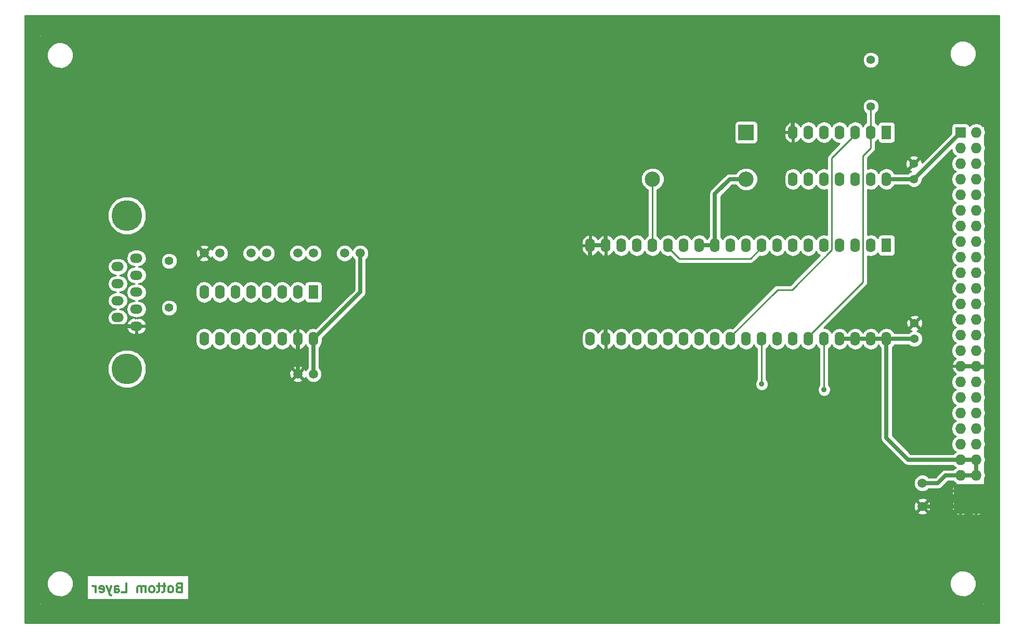
<source format=gbr>
%TF.FileFunction,Copper,L2,Bot,Signal*%
%FSLAX46Y46*%
G04 Gerber Fmt 4.6, Leading zero omitted, Abs format (unit mm)*
G04 Created by KiCad (PCBNEW (2014-12-04 BZR 5312)-product) date Wed 04 Feb 2015 08:31:08 AM CET*
%MOMM*%
G01*
G04 APERTURE LIST*
%ADD10C,0.100000*%
%ADD11C,0.300000*%
%ADD12R,1.727200X1.727200*%
%ADD13O,1.727200X1.727200*%
%ADD14C,1.397000*%
%ADD15R,1.574800X2.286000*%
%ADD16O,1.574800X2.286000*%
%ADD17R,2.499360X2.499360*%
%ADD18C,2.499360*%
%ADD19C,1.501140*%
%ADD20C,5.001260*%
%ADD21O,1.998980X1.501140*%
%ADD22C,0.889000*%
%ADD23C,0.635000*%
%ADD24C,0.254000*%
G04 APERTURE END LIST*
D10*
D11*
X87922857Y-139592857D02*
X87708571Y-139664286D01*
X87637143Y-139735714D01*
X87565714Y-139878571D01*
X87565714Y-140092857D01*
X87637143Y-140235714D01*
X87708571Y-140307143D01*
X87851429Y-140378571D01*
X88422857Y-140378571D01*
X88422857Y-138878571D01*
X87922857Y-138878571D01*
X87780000Y-138950000D01*
X87708571Y-139021429D01*
X87637143Y-139164286D01*
X87637143Y-139307143D01*
X87708571Y-139450000D01*
X87780000Y-139521429D01*
X87922857Y-139592857D01*
X88422857Y-139592857D01*
X86708571Y-140378571D02*
X86851429Y-140307143D01*
X86922857Y-140235714D01*
X86994286Y-140092857D01*
X86994286Y-139664286D01*
X86922857Y-139521429D01*
X86851429Y-139450000D01*
X86708571Y-139378571D01*
X86494286Y-139378571D01*
X86351429Y-139450000D01*
X86280000Y-139521429D01*
X86208571Y-139664286D01*
X86208571Y-140092857D01*
X86280000Y-140235714D01*
X86351429Y-140307143D01*
X86494286Y-140378571D01*
X86708571Y-140378571D01*
X85780000Y-139378571D02*
X85208571Y-139378571D01*
X85565714Y-138878571D02*
X85565714Y-140164286D01*
X85494286Y-140307143D01*
X85351428Y-140378571D01*
X85208571Y-140378571D01*
X84922857Y-139378571D02*
X84351428Y-139378571D01*
X84708571Y-138878571D02*
X84708571Y-140164286D01*
X84637143Y-140307143D01*
X84494285Y-140378571D01*
X84351428Y-140378571D01*
X83637142Y-140378571D02*
X83780000Y-140307143D01*
X83851428Y-140235714D01*
X83922857Y-140092857D01*
X83922857Y-139664286D01*
X83851428Y-139521429D01*
X83780000Y-139450000D01*
X83637142Y-139378571D01*
X83422857Y-139378571D01*
X83280000Y-139450000D01*
X83208571Y-139521429D01*
X83137142Y-139664286D01*
X83137142Y-140092857D01*
X83208571Y-140235714D01*
X83280000Y-140307143D01*
X83422857Y-140378571D01*
X83637142Y-140378571D01*
X82494285Y-140378571D02*
X82494285Y-139378571D01*
X82494285Y-139521429D02*
X82422857Y-139450000D01*
X82279999Y-139378571D01*
X82065714Y-139378571D01*
X81922857Y-139450000D01*
X81851428Y-139592857D01*
X81851428Y-140378571D01*
X81851428Y-139592857D02*
X81779999Y-139450000D01*
X81637142Y-139378571D01*
X81422857Y-139378571D01*
X81279999Y-139450000D01*
X81208571Y-139592857D01*
X81208571Y-140378571D01*
X78637142Y-140378571D02*
X79351428Y-140378571D01*
X79351428Y-138878571D01*
X77494285Y-140378571D02*
X77494285Y-139592857D01*
X77565714Y-139450000D01*
X77708571Y-139378571D01*
X77994285Y-139378571D01*
X78137142Y-139450000D01*
X77494285Y-140307143D02*
X77637142Y-140378571D01*
X77994285Y-140378571D01*
X78137142Y-140307143D01*
X78208571Y-140164286D01*
X78208571Y-140021429D01*
X78137142Y-139878571D01*
X77994285Y-139807143D01*
X77637142Y-139807143D01*
X77494285Y-139735714D01*
X76922856Y-139378571D02*
X76565713Y-140378571D01*
X76208571Y-139378571D02*
X76565713Y-140378571D01*
X76708571Y-140735714D01*
X76779999Y-140807143D01*
X76922856Y-140878571D01*
X75065714Y-140307143D02*
X75208571Y-140378571D01*
X75494285Y-140378571D01*
X75637142Y-140307143D01*
X75708571Y-140164286D01*
X75708571Y-139592857D01*
X75637142Y-139450000D01*
X75494285Y-139378571D01*
X75208571Y-139378571D01*
X75065714Y-139450000D01*
X74994285Y-139592857D01*
X74994285Y-139735714D01*
X75708571Y-139878571D01*
X74351428Y-140378571D02*
X74351428Y-139378571D01*
X74351428Y-139664286D02*
X74280000Y-139521429D01*
X74208571Y-139450000D01*
X74065714Y-139378571D01*
X73922857Y-139378571D01*
D12*
X215265000Y-65405000D03*
D13*
X217805000Y-65405000D03*
X215265000Y-67945000D03*
X217805000Y-67945000D03*
X215265000Y-70485000D03*
X217805000Y-70485000D03*
X215265000Y-73025000D03*
X217805000Y-73025000D03*
X215265000Y-75565000D03*
X217805000Y-75565000D03*
X215265000Y-78105000D03*
X217805000Y-78105000D03*
X215265000Y-80645000D03*
X217805000Y-80645000D03*
X215265000Y-83185000D03*
X217805000Y-83185000D03*
X215265000Y-85725000D03*
X217805000Y-85725000D03*
X215265000Y-88265000D03*
X217805000Y-88265000D03*
X215265000Y-90805000D03*
X217805000Y-90805000D03*
X215265000Y-93345000D03*
X217805000Y-93345000D03*
X215265000Y-95885000D03*
X217805000Y-95885000D03*
X215265000Y-98425000D03*
X217805000Y-98425000D03*
X215265000Y-100965000D03*
X217805000Y-100965000D03*
X215265000Y-103505000D03*
X217805000Y-103505000D03*
X215265000Y-106045000D03*
X217805000Y-106045000D03*
X215265000Y-108585000D03*
X217805000Y-108585000D03*
X215265000Y-111125000D03*
X217805000Y-111125000D03*
X215265000Y-113665000D03*
X217805000Y-113665000D03*
X215265000Y-116205000D03*
X217805000Y-116205000D03*
X215265000Y-118745000D03*
X217805000Y-118745000D03*
X215265000Y-121285000D03*
X217805000Y-121285000D03*
X215265000Y-123825000D03*
X217805000Y-123825000D03*
X215265000Y-126365000D03*
X217805000Y-126365000D03*
D14*
X207645000Y-73025000D03*
X207645000Y-70485000D03*
X207772000Y-99060000D03*
X207772000Y-96520000D03*
X200660000Y-53594000D03*
X200660000Y-61214000D03*
X86360000Y-93980000D03*
X86360000Y-86360000D03*
D15*
X203200000Y-83820000D03*
D16*
X200660000Y-83820000D03*
X198120000Y-83820000D03*
X195580000Y-83820000D03*
X193040000Y-83820000D03*
X190500000Y-83820000D03*
X187960000Y-83820000D03*
X185420000Y-83820000D03*
X182880000Y-83820000D03*
X180340000Y-83820000D03*
X177800000Y-83820000D03*
X175260000Y-83820000D03*
X172720000Y-83820000D03*
X170180000Y-83820000D03*
X167640000Y-83820000D03*
X165100000Y-83820000D03*
X162560000Y-83820000D03*
X160020000Y-83820000D03*
X157480000Y-83820000D03*
X154940000Y-83820000D03*
X154940000Y-99060000D03*
X157480000Y-99060000D03*
X160020000Y-99060000D03*
X162560000Y-99060000D03*
X165100000Y-99060000D03*
X167640000Y-99060000D03*
X170180000Y-99060000D03*
X172720000Y-99060000D03*
X175260000Y-99060000D03*
X177800000Y-99060000D03*
X180340000Y-99060000D03*
X182880000Y-99060000D03*
X185420000Y-99060000D03*
X187960000Y-99060000D03*
X190500000Y-99060000D03*
X193040000Y-99060000D03*
X195580000Y-99060000D03*
X198120000Y-99060000D03*
X200660000Y-99060000D03*
X203200000Y-99060000D03*
D15*
X203200000Y-65405000D03*
D16*
X200660000Y-65405000D03*
X198120000Y-65405000D03*
X195580000Y-65405000D03*
X193040000Y-65405000D03*
X190500000Y-65405000D03*
X187960000Y-65405000D03*
X187960000Y-73025000D03*
X190500000Y-73025000D03*
X193040000Y-73025000D03*
X195580000Y-73025000D03*
X198120000Y-73025000D03*
X200660000Y-73025000D03*
X203200000Y-73025000D03*
D15*
X109855000Y-91440000D03*
D16*
X107315000Y-91440000D03*
X104775000Y-91440000D03*
X102235000Y-91440000D03*
X99695000Y-91440000D03*
X97155000Y-91440000D03*
X94615000Y-91440000D03*
X92075000Y-91440000D03*
X92075000Y-99060000D03*
X94615000Y-99060000D03*
X97155000Y-99060000D03*
X99695000Y-99060000D03*
X102235000Y-99060000D03*
X104775000Y-99060000D03*
X107315000Y-99060000D03*
X109855000Y-99060000D03*
D17*
X180340000Y-65405000D03*
D18*
X165100000Y-65405000D03*
X165100000Y-73025000D03*
X180340000Y-73025000D03*
D19*
X107315000Y-85090000D03*
X109855000Y-85090000D03*
X99695000Y-85090000D03*
X102235000Y-85090000D03*
X117475000Y-85090000D03*
X114935000Y-85090000D03*
X107315000Y-104775000D03*
X109855000Y-104775000D03*
X209042000Y-126365000D03*
X209042000Y-122555000D03*
X94615000Y-85090000D03*
X92075000Y-85090000D03*
D20*
X79502000Y-103934260D03*
D21*
X81020920Y-91440000D03*
X81020920Y-94211140D03*
X81020920Y-96979740D03*
X81020920Y-88668860D03*
X81020920Y-85900260D03*
X77983080Y-87284560D03*
X77983080Y-90055700D03*
X77983080Y-92824300D03*
X77983080Y-95595440D03*
D20*
X79502000Y-78945740D03*
D22*
X167640000Y-94742000D03*
X182880000Y-106426000D03*
X193040000Y-107315000D03*
D23*
X90805000Y-83820000D02*
X64770000Y-83820000D01*
X92075000Y-85090000D02*
X90805000Y-83820000D01*
X80772000Y-96979740D02*
X65229740Y-96979740D01*
X157480000Y-83820000D02*
X157480000Y-73025000D01*
X157480000Y-73025000D02*
X165100000Y-65405000D01*
X165100000Y-65405000D02*
X165100000Y-48895000D01*
X187960000Y-65405000D02*
X187960000Y-49276000D01*
X107315000Y-99060000D02*
X107315000Y-102870000D01*
X107315000Y-102870000D02*
X107315000Y-104775000D01*
X154940000Y-83820000D02*
X157480000Y-83820000D01*
X217932000Y-103632000D02*
X219202000Y-103632000D01*
X217805000Y-103505000D02*
X217932000Y-103632000D01*
X215265000Y-103505000D02*
X217805000Y-103505000D01*
X157480000Y-99415600D02*
X157480000Y-99060000D01*
X154940000Y-91948000D02*
X154940000Y-83820000D01*
X157734000Y-94742000D02*
X154940000Y-91948000D01*
X157480000Y-95264860D02*
X158002860Y-94742000D01*
X157480000Y-99060000D02*
X157480000Y-95264860D01*
X158002860Y-94742000D02*
X157734000Y-94742000D01*
X167640000Y-94742000D02*
X158002860Y-94742000D01*
X209042000Y-126365000D02*
X215265000Y-126365000D01*
X215265000Y-118745000D02*
X206756000Y-118745000D01*
X203200000Y-115189000D02*
X203200000Y-99060000D01*
X206756000Y-118745000D02*
X203200000Y-115189000D01*
X172720000Y-83820000D02*
X175260000Y-83820000D01*
X175260000Y-83820000D02*
X175260000Y-75438000D01*
X175260000Y-75438000D02*
X177673000Y-73025000D01*
X177673000Y-73025000D02*
X180340000Y-73025000D01*
X109855000Y-104775000D02*
X109855000Y-99060000D01*
X109855000Y-99060000D02*
X117475000Y-91440000D01*
X117475000Y-91440000D02*
X117475000Y-85090000D01*
X195580000Y-99060000D02*
X198120000Y-99060000D01*
X198120000Y-99060000D02*
X200660000Y-99060000D01*
X200660000Y-99060000D02*
X203200000Y-99060000D01*
X203200000Y-73025000D02*
X207645000Y-73025000D01*
X207645000Y-73025000D02*
X215265000Y-65405000D01*
X203200000Y-99060000D02*
X207772000Y-99060000D01*
X209042000Y-122555000D02*
X211582000Y-122555000D01*
X211582000Y-122555000D02*
X212852000Y-121285000D01*
X212852000Y-121285000D02*
X215265000Y-121285000D01*
X215265000Y-121285000D02*
X217805000Y-121285000D01*
X217805000Y-118745000D02*
X217805000Y-121285000D01*
X215265000Y-118745000D02*
X217805000Y-118745000D01*
D24*
X200660000Y-61214000D02*
X200660000Y-65405000D01*
X190500000Y-98704400D02*
X190500000Y-99060000D01*
X199390000Y-89814400D02*
X190500000Y-98704400D01*
X199390000Y-69215000D02*
X199390000Y-89814400D01*
X200660000Y-67945000D02*
X199390000Y-69215000D01*
X200660000Y-65405000D02*
X200660000Y-67945000D01*
X167640000Y-83820000D02*
X167640000Y-84175600D01*
X167640000Y-84175600D02*
X169443400Y-85979000D01*
X169443400Y-85979000D02*
X181076600Y-85979000D01*
X181076600Y-85979000D02*
X182880000Y-84175600D01*
X182880000Y-84175600D02*
X182880000Y-83820000D01*
X165100000Y-73025000D02*
X165100000Y-83820000D01*
X198120000Y-65405000D02*
X198120000Y-65760600D01*
X198120000Y-65760600D02*
X194310000Y-69570600D01*
X194310000Y-69570600D02*
X194310000Y-84557981D01*
X194310000Y-84557981D02*
X187808981Y-91059000D01*
X187808981Y-91059000D02*
X185445400Y-91059000D01*
X185445400Y-91059000D02*
X177800000Y-98704400D01*
X177800000Y-98704400D02*
X177800000Y-99060000D01*
X182880000Y-99060000D02*
X182880000Y-106426000D01*
X193040000Y-107315000D02*
X193040000Y-99060000D01*
G36*
X221565000Y-145365000D02*
X219303600Y-145365000D01*
X219303600Y-121314359D01*
X219303600Y-121255641D01*
X219202000Y-120744863D01*
X219202000Y-119285136D01*
X219303600Y-118774359D01*
X219303600Y-118715641D01*
X219202000Y-118204863D01*
X219202000Y-116745136D01*
X219303600Y-116234359D01*
X219303600Y-116175641D01*
X219202000Y-115664863D01*
X219202000Y-114205136D01*
X219303600Y-113694359D01*
X219303600Y-113635641D01*
X219202000Y-113124863D01*
X219202000Y-111665136D01*
X219303600Y-111154359D01*
X219303600Y-111095641D01*
X219202000Y-110584863D01*
X219202000Y-109125136D01*
X219303600Y-108614359D01*
X219303600Y-108555641D01*
X219202000Y-108044863D01*
X219202000Y-106585136D01*
X219303600Y-106074359D01*
X219303600Y-106015641D01*
X219202000Y-105504863D01*
X219202000Y-101505136D01*
X219303600Y-100994359D01*
X219303600Y-100935641D01*
X219202000Y-100424863D01*
X219202000Y-98965136D01*
X219303600Y-98454359D01*
X219303600Y-98395641D01*
X219202000Y-97884863D01*
X219202000Y-96425136D01*
X219303600Y-95914359D01*
X219303600Y-95855641D01*
X219202000Y-95344863D01*
X219202000Y-93885136D01*
X219303600Y-93374359D01*
X219303600Y-93315641D01*
X219202000Y-92804863D01*
X219202000Y-91345136D01*
X219303600Y-90834359D01*
X219303600Y-90775641D01*
X219202000Y-90264863D01*
X219202000Y-88805136D01*
X219303600Y-88294359D01*
X219303600Y-88235641D01*
X219202000Y-87724863D01*
X219202000Y-86265136D01*
X219303600Y-85754359D01*
X219303600Y-85695641D01*
X219202000Y-85184863D01*
X219202000Y-83725136D01*
X219303600Y-83214359D01*
X219303600Y-83155641D01*
X219202000Y-82644863D01*
X219202000Y-81185136D01*
X219303600Y-80674359D01*
X219303600Y-80615641D01*
X219202000Y-80104863D01*
X219202000Y-78645136D01*
X219303600Y-78134359D01*
X219303600Y-78075641D01*
X219202000Y-77564863D01*
X219202000Y-76105136D01*
X219303600Y-75594359D01*
X219303600Y-75535641D01*
X219202000Y-75024863D01*
X219202000Y-73565136D01*
X219303600Y-73054359D01*
X219303600Y-72995641D01*
X219202000Y-72484863D01*
X219202000Y-71025136D01*
X219303600Y-70514359D01*
X219303600Y-70455641D01*
X219202000Y-69944863D01*
X219202000Y-68485136D01*
X219303600Y-67974359D01*
X219303600Y-67915641D01*
X219202000Y-67404863D01*
X219202000Y-65945136D01*
X219303600Y-65434359D01*
X219303600Y-65375641D01*
X219202000Y-64864863D01*
X219202000Y-49403000D01*
X184023000Y-49403000D01*
X184023000Y-78994000D01*
X182237120Y-78994000D01*
X182237120Y-66654680D01*
X182237120Y-64155320D01*
X182190143Y-63913197D01*
X182050353Y-63700393D01*
X181839320Y-63557943D01*
X181589680Y-63507880D01*
X179090320Y-63507880D01*
X178848197Y-63554857D01*
X178635393Y-63694647D01*
X178492943Y-63905680D01*
X178442880Y-64155320D01*
X178442880Y-66654680D01*
X178489857Y-66896803D01*
X178629647Y-67109607D01*
X178840680Y-67252057D01*
X179090320Y-67302120D01*
X181589680Y-67302120D01*
X181831803Y-67255143D01*
X182044607Y-67115353D01*
X182187057Y-66904320D01*
X182237120Y-66654680D01*
X182237120Y-78994000D01*
X176212500Y-78994000D01*
X176212500Y-75832538D01*
X178067538Y-73977500D01*
X178694338Y-73977500D01*
X178741314Y-74091191D01*
X179271021Y-74621822D01*
X179963469Y-74909352D01*
X180713241Y-74910006D01*
X181406191Y-74623686D01*
X181936822Y-74093979D01*
X182224352Y-73401531D01*
X182225006Y-72651759D01*
X181938686Y-71958809D01*
X181408979Y-71428178D01*
X180716531Y-71140648D01*
X179966759Y-71139994D01*
X179273809Y-71426314D01*
X178743178Y-71956021D01*
X178694811Y-72072500D01*
X177673000Y-72072500D01*
X177308494Y-72145005D01*
X176999481Y-72351481D01*
X174586481Y-74764481D01*
X174380005Y-75073494D01*
X174307500Y-75438000D01*
X174307500Y-78994000D01*
X165862000Y-78994000D01*
X165862000Y-74749374D01*
X166166191Y-74623686D01*
X166696822Y-74093979D01*
X166984352Y-73401531D01*
X166985006Y-72651759D01*
X166698686Y-71958809D01*
X166168979Y-71428178D01*
X165476531Y-71140648D01*
X164726759Y-71139994D01*
X164033809Y-71426314D01*
X163503178Y-71956021D01*
X163215648Y-72648469D01*
X163214994Y-73398241D01*
X163501314Y-74091191D01*
X164031021Y-74621822D01*
X164338000Y-74749291D01*
X164338000Y-78994000D01*
X161417000Y-78994000D01*
X161417000Y-49403000D01*
X65278000Y-49403000D01*
X65278000Y-142367000D01*
X219202000Y-142367000D01*
X219202000Y-127381000D01*
X214249000Y-127381000D01*
X214249000Y-122809000D01*
X215245096Y-122809000D01*
X215265000Y-122812959D01*
X215284903Y-122809000D01*
X217785096Y-122809000D01*
X217805000Y-122812959D01*
X217824903Y-122809000D01*
X219202000Y-122809000D01*
X219202000Y-121825136D01*
X219303600Y-121314359D01*
X219303600Y-145365000D01*
X62915000Y-145365000D01*
X62915000Y-46405000D01*
X221565000Y-46405000D01*
X221565000Y-145365000D01*
X221565000Y-145365000D01*
G37*
X221565000Y-145365000D02*
X219303600Y-145365000D01*
X219303600Y-121314359D01*
X219303600Y-121255641D01*
X219202000Y-120744863D01*
X219202000Y-119285136D01*
X219303600Y-118774359D01*
X219303600Y-118715641D01*
X219202000Y-118204863D01*
X219202000Y-116745136D01*
X219303600Y-116234359D01*
X219303600Y-116175641D01*
X219202000Y-115664863D01*
X219202000Y-114205136D01*
X219303600Y-113694359D01*
X219303600Y-113635641D01*
X219202000Y-113124863D01*
X219202000Y-111665136D01*
X219303600Y-111154359D01*
X219303600Y-111095641D01*
X219202000Y-110584863D01*
X219202000Y-109125136D01*
X219303600Y-108614359D01*
X219303600Y-108555641D01*
X219202000Y-108044863D01*
X219202000Y-106585136D01*
X219303600Y-106074359D01*
X219303600Y-106015641D01*
X219202000Y-105504863D01*
X219202000Y-101505136D01*
X219303600Y-100994359D01*
X219303600Y-100935641D01*
X219202000Y-100424863D01*
X219202000Y-98965136D01*
X219303600Y-98454359D01*
X219303600Y-98395641D01*
X219202000Y-97884863D01*
X219202000Y-96425136D01*
X219303600Y-95914359D01*
X219303600Y-95855641D01*
X219202000Y-95344863D01*
X219202000Y-93885136D01*
X219303600Y-93374359D01*
X219303600Y-93315641D01*
X219202000Y-92804863D01*
X219202000Y-91345136D01*
X219303600Y-90834359D01*
X219303600Y-90775641D01*
X219202000Y-90264863D01*
X219202000Y-88805136D01*
X219303600Y-88294359D01*
X219303600Y-88235641D01*
X219202000Y-87724863D01*
X219202000Y-86265136D01*
X219303600Y-85754359D01*
X219303600Y-85695641D01*
X219202000Y-85184863D01*
X219202000Y-83725136D01*
X219303600Y-83214359D01*
X219303600Y-83155641D01*
X219202000Y-82644863D01*
X219202000Y-81185136D01*
X219303600Y-80674359D01*
X219303600Y-80615641D01*
X219202000Y-80104863D01*
X219202000Y-78645136D01*
X219303600Y-78134359D01*
X219303600Y-78075641D01*
X219202000Y-77564863D01*
X219202000Y-76105136D01*
X219303600Y-75594359D01*
X219303600Y-75535641D01*
X219202000Y-75024863D01*
X219202000Y-73565136D01*
X219303600Y-73054359D01*
X219303600Y-72995641D01*
X219202000Y-72484863D01*
X219202000Y-71025136D01*
X219303600Y-70514359D01*
X219303600Y-70455641D01*
X219202000Y-69944863D01*
X219202000Y-68485136D01*
X219303600Y-67974359D01*
X219303600Y-67915641D01*
X219202000Y-67404863D01*
X219202000Y-65945136D01*
X219303600Y-65434359D01*
X219303600Y-65375641D01*
X219202000Y-64864863D01*
X219202000Y-49403000D01*
X184023000Y-49403000D01*
X184023000Y-78994000D01*
X182237120Y-78994000D01*
X182237120Y-66654680D01*
X182237120Y-64155320D01*
X182190143Y-63913197D01*
X182050353Y-63700393D01*
X181839320Y-63557943D01*
X181589680Y-63507880D01*
X179090320Y-63507880D01*
X178848197Y-63554857D01*
X178635393Y-63694647D01*
X178492943Y-63905680D01*
X178442880Y-64155320D01*
X178442880Y-66654680D01*
X178489857Y-66896803D01*
X178629647Y-67109607D01*
X178840680Y-67252057D01*
X179090320Y-67302120D01*
X181589680Y-67302120D01*
X181831803Y-67255143D01*
X182044607Y-67115353D01*
X182187057Y-66904320D01*
X182237120Y-66654680D01*
X182237120Y-78994000D01*
X176212500Y-78994000D01*
X176212500Y-75832538D01*
X178067538Y-73977500D01*
X178694338Y-73977500D01*
X178741314Y-74091191D01*
X179271021Y-74621822D01*
X179963469Y-74909352D01*
X180713241Y-74910006D01*
X181406191Y-74623686D01*
X181936822Y-74093979D01*
X182224352Y-73401531D01*
X182225006Y-72651759D01*
X181938686Y-71958809D01*
X181408979Y-71428178D01*
X180716531Y-71140648D01*
X179966759Y-71139994D01*
X179273809Y-71426314D01*
X178743178Y-71956021D01*
X178694811Y-72072500D01*
X177673000Y-72072500D01*
X177308494Y-72145005D01*
X176999481Y-72351481D01*
X174586481Y-74764481D01*
X174380005Y-75073494D01*
X174307500Y-75438000D01*
X174307500Y-78994000D01*
X165862000Y-78994000D01*
X165862000Y-74749374D01*
X166166191Y-74623686D01*
X166696822Y-74093979D01*
X166984352Y-73401531D01*
X166985006Y-72651759D01*
X166698686Y-71958809D01*
X166168979Y-71428178D01*
X165476531Y-71140648D01*
X164726759Y-71139994D01*
X164033809Y-71426314D01*
X163503178Y-71956021D01*
X163215648Y-72648469D01*
X163214994Y-73398241D01*
X163501314Y-74091191D01*
X164031021Y-74621822D01*
X164338000Y-74749291D01*
X164338000Y-78994000D01*
X161417000Y-78994000D01*
X161417000Y-49403000D01*
X65278000Y-49403000D01*
X65278000Y-142367000D01*
X219202000Y-142367000D01*
X219202000Y-127381000D01*
X214249000Y-127381000D01*
X214249000Y-122809000D01*
X215245096Y-122809000D01*
X215265000Y-122812959D01*
X215284903Y-122809000D01*
X217785096Y-122809000D01*
X217805000Y-122812959D01*
X217824903Y-122809000D01*
X219202000Y-122809000D01*
X219202000Y-121825136D01*
X219303600Y-121314359D01*
X219303600Y-145365000D01*
X62915000Y-145365000D01*
X62915000Y-46405000D01*
X221565000Y-46405000D01*
X221565000Y-145365000D01*
G36*
X217952000Y-103632000D02*
X217932000Y-103632000D01*
X217932000Y-103652000D01*
X217678000Y-103652000D01*
X217678000Y-103632000D01*
X216599469Y-103632000D01*
X216470531Y-103632000D01*
X215392000Y-103632000D01*
X215392000Y-103652000D01*
X215138000Y-103652000D01*
X215138000Y-103632000D01*
X213930531Y-103632000D01*
X213810032Y-103864027D01*
X214058179Y-104393490D01*
X214476160Y-104775007D01*
X214205330Y-104955971D01*
X213880474Y-105442152D01*
X213766400Y-106015641D01*
X213766400Y-106074359D01*
X213880474Y-106647848D01*
X214205330Y-107134029D01*
X214476172Y-107315000D01*
X214205330Y-107495971D01*
X213880474Y-107982152D01*
X213766400Y-108555641D01*
X213766400Y-108614359D01*
X213880474Y-109187848D01*
X214205330Y-109674029D01*
X214476172Y-109855000D01*
X214205330Y-110035971D01*
X213880474Y-110522152D01*
X213766400Y-111095641D01*
X213766400Y-111154359D01*
X213880474Y-111727848D01*
X214205330Y-112214029D01*
X214476172Y-112395000D01*
X214205330Y-112575971D01*
X213880474Y-113062152D01*
X213766400Y-113635641D01*
X213766400Y-113694359D01*
X213880474Y-114267848D01*
X214205330Y-114754029D01*
X214476172Y-114935000D01*
X214205330Y-115115971D01*
X213880474Y-115602152D01*
X213766400Y-116175641D01*
X213766400Y-116234359D01*
X213880474Y-116807848D01*
X214205330Y-117294029D01*
X214476172Y-117475000D01*
X214205330Y-117655971D01*
X214114104Y-117792500D01*
X209117927Y-117792500D01*
X209117927Y-96712520D01*
X209089148Y-96182801D01*
X208941800Y-95827071D01*
X208706188Y-95765417D01*
X208526583Y-95945022D01*
X208526583Y-95585812D01*
X208464929Y-95350200D01*
X207964520Y-95174073D01*
X207434801Y-95202852D01*
X207079071Y-95350200D01*
X207017417Y-95585812D01*
X207772000Y-96340395D01*
X208526583Y-95585812D01*
X208526583Y-95945022D01*
X207951605Y-96520000D01*
X208706188Y-97274583D01*
X208941800Y-97212929D01*
X209117927Y-96712520D01*
X209117927Y-117792500D01*
X207150538Y-117792500D01*
X204152500Y-114794461D01*
X204152500Y-100491828D01*
X204205789Y-100456222D01*
X204502273Y-100012500D01*
X206838628Y-100012500D01*
X207015647Y-100189827D01*
X207505587Y-100393268D01*
X208036086Y-100393731D01*
X208526380Y-100191146D01*
X208901827Y-99816353D01*
X209105268Y-99326413D01*
X209105731Y-98795914D01*
X208903146Y-98305620D01*
X208528353Y-97930173D01*
X208206881Y-97796686D01*
X208464929Y-97689800D01*
X208526583Y-97454188D01*
X207772000Y-96699605D01*
X207592395Y-96879210D01*
X207592395Y-96520000D01*
X206837812Y-95765417D01*
X206602200Y-95827071D01*
X206426073Y-96327480D01*
X206454852Y-96857199D01*
X206602200Y-97212929D01*
X206837812Y-97274583D01*
X207592395Y-96520000D01*
X207592395Y-96879210D01*
X207017417Y-97454188D01*
X207079071Y-97689800D01*
X207358311Y-97788083D01*
X207017620Y-97928854D01*
X206838662Y-98107500D01*
X204502273Y-98107500D01*
X204205789Y-97663778D01*
X203744329Y-97355441D01*
X203200000Y-97247167D01*
X202655671Y-97355441D01*
X202194211Y-97663778D01*
X201930000Y-98059198D01*
X201665789Y-97663778D01*
X201204329Y-97355441D01*
X200660000Y-97247167D01*
X200115671Y-97355441D01*
X199654211Y-97663778D01*
X199390000Y-98059198D01*
X199125789Y-97663778D01*
X198664329Y-97355441D01*
X198120000Y-97247167D01*
X197575671Y-97355441D01*
X197114211Y-97663778D01*
X196850000Y-98059198D01*
X196585789Y-97663778D01*
X196124329Y-97355441D01*
X195580000Y-97247167D01*
X195035671Y-97355441D01*
X194574211Y-97663778D01*
X194310000Y-98059198D01*
X194045789Y-97663778D01*
X193584329Y-97355441D01*
X193040000Y-97247167D01*
X193033587Y-97248442D01*
X199928815Y-90353215D01*
X199928816Y-90353215D01*
X200093996Y-90106005D01*
X200093997Y-90106004D01*
X200152000Y-89814400D01*
X200152000Y-85531785D01*
X200660000Y-85632833D01*
X201204329Y-85524559D01*
X201665789Y-85216222D01*
X201780873Y-85043986D01*
X201812137Y-85205123D01*
X201951927Y-85417927D01*
X202162960Y-85560377D01*
X202412600Y-85610440D01*
X203987400Y-85610440D01*
X204229523Y-85563463D01*
X204442327Y-85423673D01*
X204584777Y-85212640D01*
X204634840Y-84963000D01*
X204634840Y-82677000D01*
X204587863Y-82434877D01*
X204448073Y-82222073D01*
X204237040Y-82079623D01*
X203987400Y-82029560D01*
X202412600Y-82029560D01*
X202170477Y-82076537D01*
X201957673Y-82216327D01*
X201815223Y-82427360D01*
X201781279Y-82596621D01*
X201665789Y-82423778D01*
X201204329Y-82115441D01*
X200660000Y-82007167D01*
X200152000Y-82108214D01*
X200152000Y-74736785D01*
X200660000Y-74837833D01*
X201204329Y-74729559D01*
X201665789Y-74421222D01*
X201930000Y-74025801D01*
X202194211Y-74421222D01*
X202655671Y-74729559D01*
X203200000Y-74837833D01*
X203744329Y-74729559D01*
X204205789Y-74421222D01*
X204502273Y-73977500D01*
X206711628Y-73977500D01*
X206888647Y-74154827D01*
X207378587Y-74358268D01*
X207909086Y-74358731D01*
X208399380Y-74156146D01*
X208774827Y-73781353D01*
X208978268Y-73291413D01*
X208978488Y-73038549D01*
X213812237Y-68204800D01*
X213880474Y-68547848D01*
X214205330Y-69034029D01*
X214476172Y-69215000D01*
X214205330Y-69395971D01*
X213880474Y-69882152D01*
X213766400Y-70455641D01*
X213766400Y-70514359D01*
X213880474Y-71087848D01*
X214205330Y-71574029D01*
X214476172Y-71755000D01*
X214205330Y-71935971D01*
X213880474Y-72422152D01*
X213766400Y-72995641D01*
X213766400Y-73054359D01*
X213880474Y-73627848D01*
X214205330Y-74114029D01*
X214476172Y-74295000D01*
X214205330Y-74475971D01*
X213880474Y-74962152D01*
X213766400Y-75535641D01*
X213766400Y-75594359D01*
X213880474Y-76167848D01*
X214205330Y-76654029D01*
X214476172Y-76835000D01*
X214205330Y-77015971D01*
X213880474Y-77502152D01*
X213766400Y-78075641D01*
X213766400Y-78134359D01*
X213880474Y-78707848D01*
X214205330Y-79194029D01*
X214476172Y-79375000D01*
X214205330Y-79555971D01*
X213880474Y-80042152D01*
X213766400Y-80615641D01*
X213766400Y-80674359D01*
X213880474Y-81247848D01*
X214205330Y-81734029D01*
X214476172Y-81915000D01*
X214205330Y-82095971D01*
X213880474Y-82582152D01*
X213766400Y-83155641D01*
X213766400Y-83214359D01*
X213880474Y-83787848D01*
X214205330Y-84274029D01*
X214476172Y-84455000D01*
X214205330Y-84635971D01*
X213880474Y-85122152D01*
X213766400Y-85695641D01*
X213766400Y-85754359D01*
X213880474Y-86327848D01*
X214205330Y-86814029D01*
X214476172Y-86995000D01*
X214205330Y-87175971D01*
X213880474Y-87662152D01*
X213766400Y-88235641D01*
X213766400Y-88294359D01*
X213880474Y-88867848D01*
X214205330Y-89354029D01*
X214476172Y-89535000D01*
X214205330Y-89715971D01*
X213880474Y-90202152D01*
X213766400Y-90775641D01*
X213766400Y-90834359D01*
X213880474Y-91407848D01*
X214205330Y-91894029D01*
X214476172Y-92075000D01*
X214205330Y-92255971D01*
X213880474Y-92742152D01*
X213766400Y-93315641D01*
X213766400Y-93374359D01*
X213880474Y-93947848D01*
X214205330Y-94434029D01*
X214476172Y-94615000D01*
X214205330Y-94795971D01*
X213880474Y-95282152D01*
X213766400Y-95855641D01*
X213766400Y-95914359D01*
X213880474Y-96487848D01*
X214205330Y-96974029D01*
X214476172Y-97155000D01*
X214205330Y-97335971D01*
X213880474Y-97822152D01*
X213766400Y-98395641D01*
X213766400Y-98454359D01*
X213880474Y-99027848D01*
X214205330Y-99514029D01*
X214476172Y-99695000D01*
X214205330Y-99875971D01*
X213880474Y-100362152D01*
X213766400Y-100935641D01*
X213766400Y-100994359D01*
X213880474Y-101567848D01*
X214205330Y-102054029D01*
X214476160Y-102234992D01*
X214058179Y-102616510D01*
X213810032Y-103145973D01*
X213930531Y-103378000D01*
X215138000Y-103378000D01*
X215138000Y-103358000D01*
X215392000Y-103358000D01*
X215392000Y-103378000D01*
X216470531Y-103378000D01*
X216599469Y-103378000D01*
X217678000Y-103378000D01*
X217678000Y-103358000D01*
X217932000Y-103358000D01*
X217932000Y-103378000D01*
X217952000Y-103378000D01*
X217952000Y-103632000D01*
X217952000Y-103632000D01*
G37*
X217952000Y-103632000D02*
X217932000Y-103632000D01*
X217932000Y-103652000D01*
X217678000Y-103652000D01*
X217678000Y-103632000D01*
X216599469Y-103632000D01*
X216470531Y-103632000D01*
X215392000Y-103632000D01*
X215392000Y-103652000D01*
X215138000Y-103652000D01*
X215138000Y-103632000D01*
X213930531Y-103632000D01*
X213810032Y-103864027D01*
X214058179Y-104393490D01*
X214476160Y-104775007D01*
X214205330Y-104955971D01*
X213880474Y-105442152D01*
X213766400Y-106015641D01*
X213766400Y-106074359D01*
X213880474Y-106647848D01*
X214205330Y-107134029D01*
X214476172Y-107315000D01*
X214205330Y-107495971D01*
X213880474Y-107982152D01*
X213766400Y-108555641D01*
X213766400Y-108614359D01*
X213880474Y-109187848D01*
X214205330Y-109674029D01*
X214476172Y-109855000D01*
X214205330Y-110035971D01*
X213880474Y-110522152D01*
X213766400Y-111095641D01*
X213766400Y-111154359D01*
X213880474Y-111727848D01*
X214205330Y-112214029D01*
X214476172Y-112395000D01*
X214205330Y-112575971D01*
X213880474Y-113062152D01*
X213766400Y-113635641D01*
X213766400Y-113694359D01*
X213880474Y-114267848D01*
X214205330Y-114754029D01*
X214476172Y-114935000D01*
X214205330Y-115115971D01*
X213880474Y-115602152D01*
X213766400Y-116175641D01*
X213766400Y-116234359D01*
X213880474Y-116807848D01*
X214205330Y-117294029D01*
X214476172Y-117475000D01*
X214205330Y-117655971D01*
X214114104Y-117792500D01*
X209117927Y-117792500D01*
X209117927Y-96712520D01*
X209089148Y-96182801D01*
X208941800Y-95827071D01*
X208706188Y-95765417D01*
X208526583Y-95945022D01*
X208526583Y-95585812D01*
X208464929Y-95350200D01*
X207964520Y-95174073D01*
X207434801Y-95202852D01*
X207079071Y-95350200D01*
X207017417Y-95585812D01*
X207772000Y-96340395D01*
X208526583Y-95585812D01*
X208526583Y-95945022D01*
X207951605Y-96520000D01*
X208706188Y-97274583D01*
X208941800Y-97212929D01*
X209117927Y-96712520D01*
X209117927Y-117792500D01*
X207150538Y-117792500D01*
X204152500Y-114794461D01*
X204152500Y-100491828D01*
X204205789Y-100456222D01*
X204502273Y-100012500D01*
X206838628Y-100012500D01*
X207015647Y-100189827D01*
X207505587Y-100393268D01*
X208036086Y-100393731D01*
X208526380Y-100191146D01*
X208901827Y-99816353D01*
X209105268Y-99326413D01*
X209105731Y-98795914D01*
X208903146Y-98305620D01*
X208528353Y-97930173D01*
X208206881Y-97796686D01*
X208464929Y-97689800D01*
X208526583Y-97454188D01*
X207772000Y-96699605D01*
X207592395Y-96879210D01*
X207592395Y-96520000D01*
X206837812Y-95765417D01*
X206602200Y-95827071D01*
X206426073Y-96327480D01*
X206454852Y-96857199D01*
X206602200Y-97212929D01*
X206837812Y-97274583D01*
X207592395Y-96520000D01*
X207592395Y-96879210D01*
X207017417Y-97454188D01*
X207079071Y-97689800D01*
X207358311Y-97788083D01*
X207017620Y-97928854D01*
X206838662Y-98107500D01*
X204502273Y-98107500D01*
X204205789Y-97663778D01*
X203744329Y-97355441D01*
X203200000Y-97247167D01*
X202655671Y-97355441D01*
X202194211Y-97663778D01*
X201930000Y-98059198D01*
X201665789Y-97663778D01*
X201204329Y-97355441D01*
X200660000Y-97247167D01*
X200115671Y-97355441D01*
X199654211Y-97663778D01*
X199390000Y-98059198D01*
X199125789Y-97663778D01*
X198664329Y-97355441D01*
X198120000Y-97247167D01*
X197575671Y-97355441D01*
X197114211Y-97663778D01*
X196850000Y-98059198D01*
X196585789Y-97663778D01*
X196124329Y-97355441D01*
X195580000Y-97247167D01*
X195035671Y-97355441D01*
X194574211Y-97663778D01*
X194310000Y-98059198D01*
X194045789Y-97663778D01*
X193584329Y-97355441D01*
X193040000Y-97247167D01*
X193033587Y-97248442D01*
X199928815Y-90353215D01*
X199928816Y-90353215D01*
X200093996Y-90106005D01*
X200093997Y-90106004D01*
X200152000Y-89814400D01*
X200152000Y-85531785D01*
X200660000Y-85632833D01*
X201204329Y-85524559D01*
X201665789Y-85216222D01*
X201780873Y-85043986D01*
X201812137Y-85205123D01*
X201951927Y-85417927D01*
X202162960Y-85560377D01*
X202412600Y-85610440D01*
X203987400Y-85610440D01*
X204229523Y-85563463D01*
X204442327Y-85423673D01*
X204584777Y-85212640D01*
X204634840Y-84963000D01*
X204634840Y-82677000D01*
X204587863Y-82434877D01*
X204448073Y-82222073D01*
X204237040Y-82079623D01*
X203987400Y-82029560D01*
X202412600Y-82029560D01*
X202170477Y-82076537D01*
X201957673Y-82216327D01*
X201815223Y-82427360D01*
X201781279Y-82596621D01*
X201665789Y-82423778D01*
X201204329Y-82115441D01*
X200660000Y-82007167D01*
X200152000Y-82108214D01*
X200152000Y-74736785D01*
X200660000Y-74837833D01*
X201204329Y-74729559D01*
X201665789Y-74421222D01*
X201930000Y-74025801D01*
X202194211Y-74421222D01*
X202655671Y-74729559D01*
X203200000Y-74837833D01*
X203744329Y-74729559D01*
X204205789Y-74421222D01*
X204502273Y-73977500D01*
X206711628Y-73977500D01*
X206888647Y-74154827D01*
X207378587Y-74358268D01*
X207909086Y-74358731D01*
X208399380Y-74156146D01*
X208774827Y-73781353D01*
X208978268Y-73291413D01*
X208978488Y-73038549D01*
X213812237Y-68204800D01*
X213880474Y-68547848D01*
X214205330Y-69034029D01*
X214476172Y-69215000D01*
X214205330Y-69395971D01*
X213880474Y-69882152D01*
X213766400Y-70455641D01*
X213766400Y-70514359D01*
X213880474Y-71087848D01*
X214205330Y-71574029D01*
X214476172Y-71755000D01*
X214205330Y-71935971D01*
X213880474Y-72422152D01*
X213766400Y-72995641D01*
X213766400Y-73054359D01*
X213880474Y-73627848D01*
X214205330Y-74114029D01*
X214476172Y-74295000D01*
X214205330Y-74475971D01*
X213880474Y-74962152D01*
X213766400Y-75535641D01*
X213766400Y-75594359D01*
X213880474Y-76167848D01*
X214205330Y-76654029D01*
X214476172Y-76835000D01*
X214205330Y-77015971D01*
X213880474Y-77502152D01*
X213766400Y-78075641D01*
X213766400Y-78134359D01*
X213880474Y-78707848D01*
X214205330Y-79194029D01*
X214476172Y-79375000D01*
X214205330Y-79555971D01*
X213880474Y-80042152D01*
X213766400Y-80615641D01*
X213766400Y-80674359D01*
X213880474Y-81247848D01*
X214205330Y-81734029D01*
X214476172Y-81915000D01*
X214205330Y-82095971D01*
X213880474Y-82582152D01*
X213766400Y-83155641D01*
X213766400Y-83214359D01*
X213880474Y-83787848D01*
X214205330Y-84274029D01*
X214476172Y-84455000D01*
X214205330Y-84635971D01*
X213880474Y-85122152D01*
X213766400Y-85695641D01*
X213766400Y-85754359D01*
X213880474Y-86327848D01*
X214205330Y-86814029D01*
X214476172Y-86995000D01*
X214205330Y-87175971D01*
X213880474Y-87662152D01*
X213766400Y-88235641D01*
X213766400Y-88294359D01*
X213880474Y-88867848D01*
X214205330Y-89354029D01*
X214476172Y-89535000D01*
X214205330Y-89715971D01*
X213880474Y-90202152D01*
X213766400Y-90775641D01*
X213766400Y-90834359D01*
X213880474Y-91407848D01*
X214205330Y-91894029D01*
X214476172Y-92075000D01*
X214205330Y-92255971D01*
X213880474Y-92742152D01*
X213766400Y-93315641D01*
X213766400Y-93374359D01*
X213880474Y-93947848D01*
X214205330Y-94434029D01*
X214476172Y-94615000D01*
X214205330Y-94795971D01*
X213880474Y-95282152D01*
X213766400Y-95855641D01*
X213766400Y-95914359D01*
X213880474Y-96487848D01*
X214205330Y-96974029D01*
X214476172Y-97155000D01*
X214205330Y-97335971D01*
X213880474Y-97822152D01*
X213766400Y-98395641D01*
X213766400Y-98454359D01*
X213880474Y-99027848D01*
X214205330Y-99514029D01*
X214476172Y-99695000D01*
X214205330Y-99875971D01*
X213880474Y-100362152D01*
X213766400Y-100935641D01*
X213766400Y-100994359D01*
X213880474Y-101567848D01*
X214205330Y-102054029D01*
X214476160Y-102234992D01*
X214058179Y-102616510D01*
X213810032Y-103145973D01*
X213930531Y-103378000D01*
X215138000Y-103378000D01*
X215138000Y-103358000D01*
X215392000Y-103358000D01*
X215392000Y-103378000D01*
X216470531Y-103378000D01*
X216599469Y-103378000D01*
X217678000Y-103378000D01*
X217678000Y-103358000D01*
X217932000Y-103358000D01*
X217932000Y-103378000D01*
X217952000Y-103378000D01*
X217952000Y-103632000D01*
G36*
X218948000Y-142113000D02*
X217781240Y-142113000D01*
X217781240Y-138515211D01*
X217678000Y-138265351D01*
X217678000Y-127698817D01*
X217678000Y-126492000D01*
X217678000Y-126238000D01*
X217678000Y-125158817D01*
X217678000Y-125031183D01*
X217678000Y-123952000D01*
X216599469Y-123952000D01*
X216470531Y-123952000D01*
X215392000Y-123952000D01*
X215392000Y-125031183D01*
X215392000Y-125158817D01*
X215392000Y-126238000D01*
X216470531Y-126238000D01*
X216599469Y-126238000D01*
X217678000Y-126238000D01*
X217678000Y-126492000D01*
X216599469Y-126492000D01*
X216470531Y-126492000D01*
X215392000Y-126492000D01*
X215392000Y-127698817D01*
X215624026Y-127819958D01*
X216039947Y-127647688D01*
X216471821Y-127253490D01*
X216534999Y-127118687D01*
X216598179Y-127253490D01*
X217030053Y-127647688D01*
X217445974Y-127819958D01*
X217678000Y-127698817D01*
X217678000Y-138265351D01*
X217456910Y-137730273D01*
X216856886Y-137129200D01*
X216072515Y-136803501D01*
X215223211Y-136802760D01*
X215138000Y-136837968D01*
X215138000Y-127698817D01*
X215138000Y-126492000D01*
X215138000Y-126238000D01*
X215138000Y-125158817D01*
X215138000Y-125031183D01*
X215138000Y-123952000D01*
X213930531Y-123952000D01*
X213810032Y-124184027D01*
X214058179Y-124713490D01*
X214476152Y-125095000D01*
X214058179Y-125476510D01*
X213810032Y-126005973D01*
X213930531Y-126238000D01*
X215138000Y-126238000D01*
X215138000Y-126492000D01*
X213930531Y-126492000D01*
X213810032Y-126724027D01*
X214058179Y-127253490D01*
X214490053Y-127647688D01*
X214905974Y-127819958D01*
X215138000Y-127698817D01*
X215138000Y-136837968D01*
X214438273Y-137127090D01*
X213837200Y-137727114D01*
X213511501Y-138511485D01*
X213510760Y-139360789D01*
X213835090Y-140145727D01*
X214435114Y-140746800D01*
X215219485Y-141072499D01*
X216068789Y-141073240D01*
X216853727Y-140748910D01*
X217454800Y-140148886D01*
X217780499Y-139364515D01*
X217781240Y-138515211D01*
X217781240Y-142113000D01*
X210439767Y-142113000D01*
X210439767Y-126569966D01*
X210411805Y-126019462D01*
X210254931Y-125640735D01*
X210013930Y-125572675D01*
X209834325Y-125752280D01*
X209834325Y-125393070D01*
X209766265Y-125152069D01*
X209246966Y-124967233D01*
X208696462Y-124995195D01*
X208317735Y-125152069D01*
X208249675Y-125393070D01*
X209042000Y-126185395D01*
X209834325Y-125393070D01*
X209834325Y-125752280D01*
X209221605Y-126365000D01*
X210013930Y-127157325D01*
X210254931Y-127089265D01*
X210439767Y-126569966D01*
X210439767Y-142113000D01*
X209834325Y-142113000D01*
X209834325Y-127336930D01*
X209042000Y-126544605D01*
X208862395Y-126724210D01*
X208862395Y-126365000D01*
X208070070Y-125572675D01*
X207829069Y-125640735D01*
X207644233Y-126160034D01*
X207672195Y-126710538D01*
X207829069Y-127089265D01*
X208070070Y-127157325D01*
X208862395Y-126365000D01*
X208862395Y-126724210D01*
X208249675Y-127336930D01*
X208317735Y-127577931D01*
X208837034Y-127762767D01*
X209387538Y-127734805D01*
X209766265Y-127577931D01*
X209834325Y-127336930D01*
X209834325Y-142113000D01*
X157353000Y-142113000D01*
X157353000Y-100672852D01*
X157353000Y-99187000D01*
X157333000Y-99187000D01*
X157333000Y-98933000D01*
X157353000Y-98933000D01*
X157353000Y-97447148D01*
X157353000Y-85432852D01*
X157353000Y-83947000D01*
X157353000Y-83693000D01*
X157353000Y-82207148D01*
X157132940Y-82084990D01*
X157053004Y-82101673D01*
X156564014Y-82368809D01*
X156214475Y-82802738D01*
X156210000Y-82817989D01*
X156205525Y-82802738D01*
X155855986Y-82368809D01*
X155366996Y-82101673D01*
X155287060Y-82084990D01*
X155067000Y-82207148D01*
X155067000Y-83693000D01*
X156057600Y-83693000D01*
X156362400Y-83693000D01*
X157353000Y-83693000D01*
X157353000Y-83947000D01*
X156362400Y-83947000D01*
X156057600Y-83947000D01*
X155067000Y-83947000D01*
X155067000Y-85432852D01*
X155287060Y-85555010D01*
X155366996Y-85538327D01*
X155855986Y-85271191D01*
X156205525Y-84837262D01*
X156210000Y-84822010D01*
X156214475Y-84837262D01*
X156564014Y-85271191D01*
X157053004Y-85538327D01*
X157132940Y-85555010D01*
X157353000Y-85432852D01*
X157353000Y-97447148D01*
X157132940Y-97324990D01*
X157053004Y-97341673D01*
X156564014Y-97608809D01*
X156214475Y-98042738D01*
X156209753Y-98058829D01*
X155945789Y-97663778D01*
X155484329Y-97355441D01*
X154940000Y-97247167D01*
X154813000Y-97272428D01*
X154813000Y-85432852D01*
X154813000Y-83947000D01*
X154813000Y-83693000D01*
X154813000Y-82207148D01*
X154592940Y-82084990D01*
X154513004Y-82101673D01*
X154024014Y-82368809D01*
X153674475Y-82802738D01*
X153517600Y-83337400D01*
X153517600Y-83693000D01*
X154813000Y-83693000D01*
X154813000Y-83947000D01*
X153517600Y-83947000D01*
X153517600Y-84302600D01*
X153674475Y-84837262D01*
X154024014Y-85271191D01*
X154513004Y-85538327D01*
X154592940Y-85555010D01*
X154813000Y-85432852D01*
X154813000Y-97272428D01*
X154395671Y-97355441D01*
X153934211Y-97663778D01*
X153625874Y-98125238D01*
X153517600Y-98669567D01*
X153517600Y-99450433D01*
X153625874Y-99994762D01*
X153934211Y-100456222D01*
X154395671Y-100764559D01*
X154940000Y-100872833D01*
X155484329Y-100764559D01*
X155945789Y-100456222D01*
X156209753Y-100061170D01*
X156214475Y-100077262D01*
X156564014Y-100511191D01*
X157053004Y-100778327D01*
X157132940Y-100795010D01*
X157353000Y-100672852D01*
X157353000Y-142113000D01*
X118860810Y-142113000D01*
X118860810Y-84815602D01*
X118650314Y-84306163D01*
X118260887Y-83916056D01*
X117751816Y-83704671D01*
X117200602Y-83704190D01*
X116691163Y-83914686D01*
X116301056Y-84304113D01*
X116205025Y-84535381D01*
X116110314Y-84306163D01*
X115720887Y-83916056D01*
X115211816Y-83704671D01*
X114660602Y-83704190D01*
X114151163Y-83914686D01*
X113761056Y-84304113D01*
X113549671Y-84813184D01*
X113549190Y-85364398D01*
X113759686Y-85873837D01*
X114149113Y-86263944D01*
X114658184Y-86475329D01*
X115209398Y-86475810D01*
X115718837Y-86265314D01*
X116108944Y-85875887D01*
X116204974Y-85644618D01*
X116299686Y-85873837D01*
X116522500Y-86097040D01*
X116522500Y-91045462D01*
X111289840Y-96278121D01*
X111289840Y-92583000D01*
X111289840Y-90297000D01*
X111242863Y-90054877D01*
X111240810Y-90051751D01*
X111240810Y-84815602D01*
X111030314Y-84306163D01*
X110640887Y-83916056D01*
X110131816Y-83704671D01*
X109580602Y-83704190D01*
X109071163Y-83914686D01*
X108681056Y-84304113D01*
X108585025Y-84535381D01*
X108490314Y-84306163D01*
X108100887Y-83916056D01*
X107591816Y-83704671D01*
X107040602Y-83704190D01*
X106531163Y-83914686D01*
X106141056Y-84304113D01*
X105929671Y-84813184D01*
X105929190Y-85364398D01*
X106139686Y-85873837D01*
X106529113Y-86263944D01*
X107038184Y-86475329D01*
X107589398Y-86475810D01*
X108098837Y-86265314D01*
X108488944Y-85875887D01*
X108584974Y-85644618D01*
X108679686Y-85873837D01*
X109069113Y-86263944D01*
X109578184Y-86475329D01*
X110129398Y-86475810D01*
X110638837Y-86265314D01*
X111028944Y-85875887D01*
X111240329Y-85366816D01*
X111240810Y-84815602D01*
X111240810Y-90051751D01*
X111103073Y-89842073D01*
X110892040Y-89699623D01*
X110642400Y-89649560D01*
X109067600Y-89649560D01*
X108825477Y-89696537D01*
X108612673Y-89836327D01*
X108470223Y-90047360D01*
X108436279Y-90216621D01*
X108320789Y-90043778D01*
X107859329Y-89735441D01*
X107315000Y-89627167D01*
X106770671Y-89735441D01*
X106309211Y-90043778D01*
X106044999Y-90439198D01*
X105780789Y-90043778D01*
X105319329Y-89735441D01*
X104775000Y-89627167D01*
X104230671Y-89735441D01*
X103769211Y-90043778D01*
X103620810Y-90265875D01*
X103620810Y-84815602D01*
X103410314Y-84306163D01*
X103020887Y-83916056D01*
X102511816Y-83704671D01*
X101960602Y-83704190D01*
X101451163Y-83914686D01*
X101061056Y-84304113D01*
X100965025Y-84535381D01*
X100870314Y-84306163D01*
X100480887Y-83916056D01*
X99971816Y-83704671D01*
X99420602Y-83704190D01*
X98911163Y-83914686D01*
X98521056Y-84304113D01*
X98309671Y-84813184D01*
X98309190Y-85364398D01*
X98519686Y-85873837D01*
X98909113Y-86263944D01*
X99418184Y-86475329D01*
X99969398Y-86475810D01*
X100478837Y-86265314D01*
X100868944Y-85875887D01*
X100964974Y-85644618D01*
X101059686Y-85873837D01*
X101449113Y-86263944D01*
X101958184Y-86475329D01*
X102509398Y-86475810D01*
X103018837Y-86265314D01*
X103408944Y-85875887D01*
X103620329Y-85366816D01*
X103620810Y-84815602D01*
X103620810Y-90265875D01*
X103504999Y-90439198D01*
X103240789Y-90043778D01*
X102779329Y-89735441D01*
X102235000Y-89627167D01*
X101690671Y-89735441D01*
X101229211Y-90043778D01*
X100964999Y-90439198D01*
X100700789Y-90043778D01*
X100239329Y-89735441D01*
X99695000Y-89627167D01*
X99150671Y-89735441D01*
X98689211Y-90043778D01*
X98425000Y-90439198D01*
X98160789Y-90043778D01*
X97699329Y-89735441D01*
X97155000Y-89627167D01*
X96610671Y-89735441D01*
X96149211Y-90043778D01*
X96000810Y-90265875D01*
X96000810Y-84815602D01*
X95790314Y-84306163D01*
X95400887Y-83916056D01*
X94891816Y-83704671D01*
X94340602Y-83704190D01*
X93831163Y-83914686D01*
X93441056Y-84304113D01*
X93351621Y-84519496D01*
X93287931Y-84365735D01*
X93046930Y-84297675D01*
X92867325Y-84477280D01*
X92867325Y-84118070D01*
X92799265Y-83877069D01*
X92279966Y-83692233D01*
X91729462Y-83720195D01*
X91350735Y-83877069D01*
X91282675Y-84118070D01*
X92075000Y-84910395D01*
X92867325Y-84118070D01*
X92867325Y-84477280D01*
X92254605Y-85090000D01*
X93046930Y-85882325D01*
X93287931Y-85814265D01*
X93346768Y-85648959D01*
X93439686Y-85873837D01*
X93829113Y-86263944D01*
X94338184Y-86475329D01*
X94889398Y-86475810D01*
X95398837Y-86265314D01*
X95788944Y-85875887D01*
X96000329Y-85366816D01*
X96000810Y-84815602D01*
X96000810Y-90265875D01*
X95885000Y-90439198D01*
X95620789Y-90043778D01*
X95159329Y-89735441D01*
X94615000Y-89627167D01*
X94070671Y-89735441D01*
X93609211Y-90043778D01*
X93345000Y-90439198D01*
X93080789Y-90043778D01*
X92867325Y-89901146D01*
X92867325Y-86061930D01*
X92075000Y-85269605D01*
X91895395Y-85449210D01*
X91895395Y-85090000D01*
X91103070Y-84297675D01*
X90862069Y-84365735D01*
X90677233Y-84885034D01*
X90705195Y-85435538D01*
X90862069Y-85814265D01*
X91103070Y-85882325D01*
X91895395Y-85090000D01*
X91895395Y-85449210D01*
X91282675Y-86061930D01*
X91350735Y-86302931D01*
X91870034Y-86487767D01*
X92420538Y-86459805D01*
X92799265Y-86302931D01*
X92867325Y-86061930D01*
X92867325Y-89901146D01*
X92619329Y-89735441D01*
X92075000Y-89627167D01*
X91530671Y-89735441D01*
X91069211Y-90043778D01*
X90760874Y-90505238D01*
X90652600Y-91049567D01*
X90652600Y-91830433D01*
X90760874Y-92374762D01*
X91069211Y-92836222D01*
X91530671Y-93144559D01*
X92075000Y-93252833D01*
X92619329Y-93144559D01*
X93080789Y-92836222D01*
X93345000Y-92440801D01*
X93609211Y-92836222D01*
X94070671Y-93144559D01*
X94615000Y-93252833D01*
X95159329Y-93144559D01*
X95620789Y-92836222D01*
X95885000Y-92440801D01*
X96149211Y-92836222D01*
X96610671Y-93144559D01*
X97155000Y-93252833D01*
X97699329Y-93144559D01*
X98160789Y-92836222D01*
X98425000Y-92440801D01*
X98689211Y-92836222D01*
X99150671Y-93144559D01*
X99695000Y-93252833D01*
X100239329Y-93144559D01*
X100700789Y-92836222D01*
X100965000Y-92440801D01*
X101229211Y-92836222D01*
X101690671Y-93144559D01*
X102235000Y-93252833D01*
X102779329Y-93144559D01*
X103240789Y-92836222D01*
X103505000Y-92440801D01*
X103769211Y-92836222D01*
X104230671Y-93144559D01*
X104775000Y-93252833D01*
X105319329Y-93144559D01*
X105780789Y-92836222D01*
X106045000Y-92440801D01*
X106309211Y-92836222D01*
X106770671Y-93144559D01*
X107315000Y-93252833D01*
X107859329Y-93144559D01*
X108320789Y-92836222D01*
X108435873Y-92663986D01*
X108467137Y-92825123D01*
X108606927Y-93037927D01*
X108817960Y-93180377D01*
X109067600Y-93230440D01*
X110642400Y-93230440D01*
X110884523Y-93183463D01*
X111097327Y-93043673D01*
X111239777Y-92832640D01*
X111289840Y-92583000D01*
X111289840Y-96278121D01*
X110243514Y-97324447D01*
X109855000Y-97247167D01*
X109310671Y-97355441D01*
X108849211Y-97663778D01*
X108585246Y-98058829D01*
X108580525Y-98042738D01*
X108230986Y-97608809D01*
X107741996Y-97341673D01*
X107662060Y-97324990D01*
X107442000Y-97447148D01*
X107442000Y-98933000D01*
X107462000Y-98933000D01*
X107462000Y-99187000D01*
X107442000Y-99187000D01*
X107442000Y-100672852D01*
X107662060Y-100795010D01*
X107741996Y-100778327D01*
X108230986Y-100511191D01*
X108580525Y-100077262D01*
X108585246Y-100061170D01*
X108849211Y-100456222D01*
X108902500Y-100491828D01*
X108902500Y-103768055D01*
X108681056Y-103989113D01*
X108591621Y-104204496D01*
X108527931Y-104050735D01*
X108286930Y-103982675D01*
X108107325Y-104162280D01*
X108107325Y-103803070D01*
X108039265Y-103562069D01*
X107519966Y-103377233D01*
X107188000Y-103394094D01*
X107188000Y-100672852D01*
X107188000Y-99187000D01*
X107168000Y-99187000D01*
X107168000Y-98933000D01*
X107188000Y-98933000D01*
X107188000Y-97447148D01*
X106967940Y-97324990D01*
X106888004Y-97341673D01*
X106399014Y-97608809D01*
X106049475Y-98042738D01*
X106044753Y-98058829D01*
X105780789Y-97663778D01*
X105319329Y-97355441D01*
X104775000Y-97247167D01*
X104230671Y-97355441D01*
X103769211Y-97663778D01*
X103504999Y-98059198D01*
X103240789Y-97663778D01*
X102779329Y-97355441D01*
X102235000Y-97247167D01*
X101690671Y-97355441D01*
X101229211Y-97663778D01*
X100964999Y-98059198D01*
X100700789Y-97663778D01*
X100239329Y-97355441D01*
X99695000Y-97247167D01*
X99150671Y-97355441D01*
X98689211Y-97663778D01*
X98424999Y-98059198D01*
X98160789Y-97663778D01*
X97699329Y-97355441D01*
X97155000Y-97247167D01*
X96610671Y-97355441D01*
X96149211Y-97663778D01*
X95885000Y-98059198D01*
X95620789Y-97663778D01*
X95159329Y-97355441D01*
X94615000Y-97247167D01*
X94070671Y-97355441D01*
X93609211Y-97663778D01*
X93345000Y-98059198D01*
X93080789Y-97663778D01*
X92619329Y-97355441D01*
X92075000Y-97247167D01*
X91530671Y-97355441D01*
X91069211Y-97663778D01*
X90760874Y-98125238D01*
X90652600Y-98669567D01*
X90652600Y-99450433D01*
X90760874Y-99994762D01*
X91069211Y-100456222D01*
X91530671Y-100764559D01*
X92075000Y-100872833D01*
X92619329Y-100764559D01*
X93080789Y-100456222D01*
X93345000Y-100060801D01*
X93609211Y-100456222D01*
X94070671Y-100764559D01*
X94615000Y-100872833D01*
X95159329Y-100764559D01*
X95620789Y-100456222D01*
X95885000Y-100060801D01*
X96149211Y-100456222D01*
X96610671Y-100764559D01*
X97155000Y-100872833D01*
X97699329Y-100764559D01*
X98160789Y-100456222D01*
X98425000Y-100060801D01*
X98689211Y-100456222D01*
X99150671Y-100764559D01*
X99695000Y-100872833D01*
X100239329Y-100764559D01*
X100700789Y-100456222D01*
X100965000Y-100060801D01*
X101229211Y-100456222D01*
X101690671Y-100764559D01*
X102235000Y-100872833D01*
X102779329Y-100764559D01*
X103240789Y-100456222D01*
X103505000Y-100060801D01*
X103769211Y-100456222D01*
X104230671Y-100764559D01*
X104775000Y-100872833D01*
X105319329Y-100764559D01*
X105780789Y-100456222D01*
X106044753Y-100061170D01*
X106049475Y-100077262D01*
X106399014Y-100511191D01*
X106888004Y-100778327D01*
X106967940Y-100795010D01*
X107188000Y-100672852D01*
X107188000Y-103394094D01*
X106969462Y-103405195D01*
X106590735Y-103562069D01*
X106522675Y-103803070D01*
X107315000Y-104595395D01*
X108107325Y-103803070D01*
X108107325Y-104162280D01*
X107494605Y-104775000D01*
X108286930Y-105567325D01*
X108527931Y-105499265D01*
X108586768Y-105333959D01*
X108679686Y-105558837D01*
X109069113Y-105948944D01*
X109578184Y-106160329D01*
X110129398Y-106160810D01*
X110638837Y-105950314D01*
X111028944Y-105560887D01*
X111240329Y-105051816D01*
X111240810Y-104500602D01*
X111030314Y-103991163D01*
X110807500Y-103767959D01*
X110807500Y-100491828D01*
X110860789Y-100456222D01*
X111169126Y-99994762D01*
X111277400Y-99450433D01*
X111277400Y-98984638D01*
X118148519Y-92113519D01*
X118354995Y-91804506D01*
X118427499Y-91440000D01*
X118427500Y-91440000D01*
X118427500Y-86096944D01*
X118648944Y-85875887D01*
X118860329Y-85366816D01*
X118860810Y-84815602D01*
X118860810Y-142113000D01*
X108107325Y-142113000D01*
X108107325Y-105746930D01*
X107315000Y-104954605D01*
X107135395Y-105134210D01*
X107135395Y-104775000D01*
X106343070Y-103982675D01*
X106102069Y-104050735D01*
X105917233Y-104570034D01*
X105945195Y-105120538D01*
X106102069Y-105499265D01*
X106343070Y-105567325D01*
X107135395Y-104775000D01*
X107135395Y-105134210D01*
X106522675Y-105746930D01*
X106590735Y-105987931D01*
X107110034Y-106172767D01*
X107660538Y-106144805D01*
X108039265Y-105987931D01*
X108107325Y-105746930D01*
X108107325Y-142113000D01*
X89565000Y-142113000D01*
X89565000Y-141535000D01*
X89565000Y-137565000D01*
X87693731Y-137565000D01*
X87693731Y-93715914D01*
X87693731Y-86095914D01*
X87491146Y-85605620D01*
X87116353Y-85230173D01*
X86626413Y-85026732D01*
X86095914Y-85026269D01*
X85605620Y-85228854D01*
X85230173Y-85603647D01*
X85026732Y-86093587D01*
X85026269Y-86624086D01*
X85228854Y-87114380D01*
X85603647Y-87489827D01*
X86093587Y-87693268D01*
X86624086Y-87693731D01*
X87114380Y-87491146D01*
X87489827Y-87116353D01*
X87693268Y-86626413D01*
X87693731Y-86095914D01*
X87693731Y-93715914D01*
X87491146Y-93225620D01*
X87116353Y-92850173D01*
X86626413Y-92646732D01*
X86095914Y-92646269D01*
X85605620Y-92848854D01*
X85230173Y-93223647D01*
X85026732Y-93713587D01*
X85026269Y-94244086D01*
X85228854Y-94734380D01*
X85603647Y-95109827D01*
X86093587Y-95313268D01*
X86624086Y-95313731D01*
X87114380Y-95111146D01*
X87489827Y-94736353D01*
X87693268Y-94246413D01*
X87693731Y-93715914D01*
X87693731Y-137565000D01*
X82687432Y-137565000D01*
X82687432Y-94211140D01*
X82581962Y-93680905D01*
X82281608Y-93231394D01*
X81832097Y-92931040D01*
X81301862Y-92825570D01*
X81832097Y-92720100D01*
X82281608Y-92419746D01*
X82581962Y-91970235D01*
X82687432Y-91440000D01*
X82581962Y-90909765D01*
X82281608Y-90460254D01*
X81832097Y-90159900D01*
X81301862Y-90054430D01*
X81832097Y-89948960D01*
X82281608Y-89648606D01*
X82581962Y-89199095D01*
X82687432Y-88668860D01*
X82581962Y-88138625D01*
X82281608Y-87689114D01*
X81832097Y-87388760D01*
X81308246Y-87284560D01*
X81832097Y-87180360D01*
X82281608Y-86880006D01*
X82581962Y-86430495D01*
X82687432Y-85900260D01*
X82638173Y-85652617D01*
X82638173Y-78324761D01*
X82161808Y-77171869D01*
X81280511Y-76289032D01*
X80128452Y-75810655D01*
X78881021Y-75809567D01*
X77728129Y-76285932D01*
X76845292Y-77167229D01*
X76366915Y-78319288D01*
X76365827Y-79566719D01*
X76842192Y-80719611D01*
X77723489Y-81602448D01*
X78875548Y-82080825D01*
X80122979Y-82081913D01*
X81275871Y-81605548D01*
X82158708Y-80724251D01*
X82637085Y-79572192D01*
X82638173Y-78324761D01*
X82638173Y-85652617D01*
X82581962Y-85370025D01*
X82281608Y-84920514D01*
X81832097Y-84620160D01*
X81301862Y-84514690D01*
X80739978Y-84514690D01*
X80209743Y-84620160D01*
X79760232Y-84920514D01*
X79459878Y-85370025D01*
X79354408Y-85900260D01*
X79459878Y-86430495D01*
X79760232Y-86880006D01*
X80209743Y-87180360D01*
X80733593Y-87284560D01*
X80209743Y-87388760D01*
X79760232Y-87689114D01*
X79459878Y-88138625D01*
X79354408Y-88668860D01*
X79459878Y-89199095D01*
X79760232Y-89648606D01*
X80209743Y-89948960D01*
X80739978Y-90054430D01*
X80209743Y-90159900D01*
X79760232Y-90460254D01*
X79459878Y-90909765D01*
X79354408Y-91440000D01*
X79459878Y-91970235D01*
X79760232Y-92419746D01*
X80209743Y-92720100D01*
X80739978Y-92825570D01*
X80209743Y-92931040D01*
X79760232Y-93231394D01*
X79459878Y-93680905D01*
X79354408Y-94211140D01*
X79459878Y-94741375D01*
X79760232Y-95190886D01*
X80209743Y-95491240D01*
X80739978Y-95596710D01*
X80893918Y-95596710D01*
X80893918Y-95747352D01*
X80674797Y-95586659D01*
X80149087Y-95729899D01*
X79718210Y-96063416D01*
X79649592Y-96183430D01*
X79649592Y-95595440D01*
X79544122Y-95065205D01*
X79243768Y-94615694D01*
X78794257Y-94315340D01*
X78264022Y-94209870D01*
X78794257Y-94104400D01*
X79243768Y-93804046D01*
X79544122Y-93354535D01*
X79649592Y-92824300D01*
X79544122Y-92294065D01*
X79243768Y-91844554D01*
X78794257Y-91544200D01*
X78270406Y-91440000D01*
X78794257Y-91335800D01*
X79243768Y-91035446D01*
X79544122Y-90585935D01*
X79649592Y-90055700D01*
X79544122Y-89525465D01*
X79243768Y-89075954D01*
X78794257Y-88775600D01*
X78264022Y-88670130D01*
X78794257Y-88564660D01*
X79243768Y-88264306D01*
X79544122Y-87814795D01*
X79649592Y-87284560D01*
X79544122Y-86754325D01*
X79243768Y-86304814D01*
X78794257Y-86004460D01*
X78264022Y-85898990D01*
X77702138Y-85898990D01*
X77171903Y-86004460D01*
X76722392Y-86304814D01*
X76422038Y-86754325D01*
X76316568Y-87284560D01*
X76422038Y-87814795D01*
X76722392Y-88264306D01*
X77171903Y-88564660D01*
X77702138Y-88670130D01*
X77171903Y-88775600D01*
X76722392Y-89075954D01*
X76422038Y-89525465D01*
X76316568Y-90055700D01*
X76422038Y-90585935D01*
X76722392Y-91035446D01*
X77171903Y-91335800D01*
X77695753Y-91440000D01*
X77171903Y-91544200D01*
X76722392Y-91844554D01*
X76422038Y-92294065D01*
X76316568Y-92824300D01*
X76422038Y-93354535D01*
X76722392Y-93804046D01*
X77171903Y-94104400D01*
X77702138Y-94209870D01*
X77171903Y-94315340D01*
X76722392Y-94615694D01*
X76422038Y-95065205D01*
X76316568Y-95595440D01*
X76422038Y-96125675D01*
X76722392Y-96575186D01*
X77171903Y-96875540D01*
X77702138Y-96981010D01*
X78264022Y-96981010D01*
X78794257Y-96875540D01*
X79243768Y-96575186D01*
X79544122Y-96125675D01*
X79649592Y-95595440D01*
X79649592Y-96183430D01*
X79447763Y-96536435D01*
X79429117Y-96638465D01*
X79551771Y-96852740D01*
X80893920Y-96852740D01*
X80893920Y-96832740D01*
X81147920Y-96832740D01*
X81147920Y-96852740D01*
X82490069Y-96852740D01*
X82612723Y-96638465D01*
X82594077Y-96536435D01*
X82323630Y-96063416D01*
X81892753Y-95729899D01*
X81367043Y-95586659D01*
X81147922Y-95747352D01*
X81147922Y-95596710D01*
X81301862Y-95596710D01*
X81832097Y-95491240D01*
X82281608Y-95190886D01*
X82581962Y-94741375D01*
X82687432Y-94211140D01*
X82687432Y-137565000D01*
X82638173Y-137565000D01*
X82638173Y-103313281D01*
X82612723Y-103251687D01*
X82612723Y-97321015D01*
X82490069Y-97106740D01*
X81147920Y-97106740D01*
X81147920Y-98212126D01*
X81367043Y-98372821D01*
X81892753Y-98229581D01*
X82323630Y-97896064D01*
X82594077Y-97423045D01*
X82612723Y-97321015D01*
X82612723Y-103251687D01*
X82161808Y-102160389D01*
X81280511Y-101277552D01*
X80893920Y-101117025D01*
X80893920Y-98212126D01*
X80893920Y-97106740D01*
X79551771Y-97106740D01*
X79429117Y-97321015D01*
X79447763Y-97423045D01*
X79718210Y-97896064D01*
X80149087Y-98229581D01*
X80674797Y-98372821D01*
X80893920Y-98212126D01*
X80893920Y-101117025D01*
X80128452Y-100799175D01*
X78881021Y-100798087D01*
X77728129Y-101274452D01*
X76845292Y-102155749D01*
X76366915Y-103307808D01*
X76365827Y-104555239D01*
X76842192Y-105708131D01*
X77723489Y-106590968D01*
X78875548Y-107069345D01*
X80122979Y-107070433D01*
X81275871Y-106594068D01*
X82158708Y-105712771D01*
X82637085Y-104560712D01*
X82638173Y-103313281D01*
X82638173Y-137565000D01*
X72995000Y-137565000D01*
X72995000Y-141535000D01*
X89565000Y-141535000D01*
X89565000Y-142113000D01*
X70715240Y-142113000D01*
X70715240Y-138515211D01*
X70715240Y-52409211D01*
X70390910Y-51624273D01*
X69790886Y-51023200D01*
X69006515Y-50697501D01*
X68157211Y-50696760D01*
X67372273Y-51021090D01*
X66771200Y-51621114D01*
X66445501Y-52405485D01*
X66444760Y-53254789D01*
X66769090Y-54039727D01*
X67369114Y-54640800D01*
X68153485Y-54966499D01*
X69002789Y-54967240D01*
X69787727Y-54642910D01*
X70388800Y-54042886D01*
X70714499Y-53258515D01*
X70715240Y-52409211D01*
X70715240Y-138515211D01*
X70390910Y-137730273D01*
X69790886Y-137129200D01*
X69006515Y-136803501D01*
X68157211Y-136802760D01*
X67372273Y-137127090D01*
X66771200Y-137727114D01*
X66445501Y-138511485D01*
X66444760Y-139360789D01*
X66769090Y-140145727D01*
X67369114Y-140746800D01*
X68153485Y-141072499D01*
X69002789Y-141073240D01*
X69787727Y-140748910D01*
X70388800Y-140148886D01*
X70714499Y-139364515D01*
X70715240Y-138515211D01*
X70715240Y-142113000D01*
X65532000Y-142113000D01*
X65532000Y-49657000D01*
X65532053Y-49657000D01*
X218948000Y-49530105D01*
X218948000Y-64440683D01*
X218864670Y-64315971D01*
X218378489Y-63991115D01*
X217805000Y-63877041D01*
X217781240Y-63881767D01*
X217781240Y-52155211D01*
X217456910Y-51370273D01*
X216856886Y-50769200D01*
X216072515Y-50443501D01*
X215223211Y-50442760D01*
X214438273Y-50767090D01*
X213837200Y-51367114D01*
X213511501Y-52151485D01*
X213510760Y-53000789D01*
X213835090Y-53785727D01*
X214435114Y-54386800D01*
X215219485Y-54712499D01*
X216068789Y-54713240D01*
X216853727Y-54388910D01*
X217454800Y-53788886D01*
X217780499Y-53004515D01*
X217781240Y-52155211D01*
X217781240Y-63881767D01*
X217231511Y-63991115D01*
X216745330Y-64315971D01*
X216735233Y-64331081D01*
X216729063Y-64299277D01*
X216589273Y-64086473D01*
X216378240Y-63944023D01*
X216128600Y-63893960D01*
X214401400Y-63893960D01*
X214159277Y-63940937D01*
X213946473Y-64080727D01*
X213804023Y-64291760D01*
X213753960Y-64541400D01*
X213753960Y-65569002D01*
X208973124Y-70349837D01*
X208962148Y-70147801D01*
X208814800Y-69792071D01*
X208579188Y-69730417D01*
X208399583Y-69910022D01*
X208399583Y-69550812D01*
X208337929Y-69315200D01*
X207837520Y-69139073D01*
X207307801Y-69167852D01*
X206952071Y-69315200D01*
X206890417Y-69550812D01*
X207645000Y-70305395D01*
X208399583Y-69550812D01*
X208399583Y-69910022D01*
X207824605Y-70485000D01*
X207838747Y-70499142D01*
X207659142Y-70678747D01*
X207645000Y-70664605D01*
X207465395Y-70844210D01*
X207465395Y-70485000D01*
X206710812Y-69730417D01*
X206475200Y-69792071D01*
X206299073Y-70292480D01*
X206327852Y-70822199D01*
X206475200Y-71177929D01*
X206710812Y-71239583D01*
X207465395Y-70485000D01*
X207465395Y-70844210D01*
X206890417Y-71419188D01*
X206952071Y-71654800D01*
X207231311Y-71753083D01*
X206890620Y-71893854D01*
X206711662Y-72072500D01*
X204502273Y-72072500D01*
X204205789Y-71628778D01*
X203744329Y-71320441D01*
X203200000Y-71212167D01*
X202655671Y-71320441D01*
X202194211Y-71628778D01*
X201930000Y-72024198D01*
X201665789Y-71628778D01*
X201204329Y-71320441D01*
X200660000Y-71212167D01*
X200152000Y-71313214D01*
X200152000Y-69530630D01*
X201198815Y-68483816D01*
X201198815Y-68483815D01*
X201363996Y-68236605D01*
X201421999Y-67945000D01*
X201422000Y-67945000D01*
X201422000Y-66964116D01*
X201665789Y-66801222D01*
X201780873Y-66628986D01*
X201812137Y-66790123D01*
X201951927Y-67002927D01*
X202162960Y-67145377D01*
X202412600Y-67195440D01*
X203987400Y-67195440D01*
X204229523Y-67148463D01*
X204442327Y-67008673D01*
X204584777Y-66797640D01*
X204634840Y-66548000D01*
X204634840Y-64262000D01*
X204587863Y-64019877D01*
X204448073Y-63807073D01*
X204237040Y-63664623D01*
X203987400Y-63614560D01*
X202412600Y-63614560D01*
X202170477Y-63661537D01*
X201957673Y-63801327D01*
X201815223Y-64012360D01*
X201781279Y-64181621D01*
X201665789Y-64008778D01*
X201422000Y-63845883D01*
X201422000Y-62337539D01*
X201789827Y-61970353D01*
X201993268Y-61480413D01*
X201993731Y-60949914D01*
X201993731Y-53329914D01*
X201791146Y-52839620D01*
X201416353Y-52464173D01*
X200926413Y-52260732D01*
X200395914Y-52260269D01*
X199905620Y-52462854D01*
X199530173Y-52837647D01*
X199326732Y-53327587D01*
X199326269Y-53858086D01*
X199528854Y-54348380D01*
X199903647Y-54723827D01*
X200393587Y-54927268D01*
X200924086Y-54927731D01*
X201414380Y-54725146D01*
X201789827Y-54350353D01*
X201993268Y-53860413D01*
X201993731Y-53329914D01*
X201993731Y-60949914D01*
X201791146Y-60459620D01*
X201416353Y-60084173D01*
X200926413Y-59880732D01*
X200395914Y-59880269D01*
X199905620Y-60082854D01*
X199530173Y-60457647D01*
X199326732Y-60947587D01*
X199326269Y-61478086D01*
X199528854Y-61968380D01*
X199898000Y-62338170D01*
X199898000Y-63845883D01*
X199654211Y-64008778D01*
X199390000Y-64404198D01*
X199125789Y-64008778D01*
X198664329Y-63700441D01*
X198120000Y-63592167D01*
X197575671Y-63700441D01*
X197114211Y-64008778D01*
X196850000Y-64404198D01*
X196585789Y-64008778D01*
X196124329Y-63700441D01*
X195580000Y-63592167D01*
X195035671Y-63700441D01*
X194574211Y-64008778D01*
X194310000Y-64404198D01*
X194045789Y-64008778D01*
X193584329Y-63700441D01*
X193040000Y-63592167D01*
X192495671Y-63700441D01*
X192034211Y-64008778D01*
X191770000Y-64404198D01*
X191505789Y-64008778D01*
X191044329Y-63700441D01*
X190500000Y-63592167D01*
X189955671Y-63700441D01*
X189494211Y-64008778D01*
X189230246Y-64403829D01*
X189225525Y-64387738D01*
X188875986Y-63953809D01*
X188386996Y-63686673D01*
X188307060Y-63669990D01*
X188087000Y-63792148D01*
X188087000Y-65278000D01*
X188107000Y-65278000D01*
X188107000Y-65532000D01*
X188087000Y-65532000D01*
X188087000Y-67017852D01*
X188307060Y-67140010D01*
X188386996Y-67123327D01*
X188875986Y-66856191D01*
X189225525Y-66422262D01*
X189230246Y-66406170D01*
X189494211Y-66801222D01*
X189955671Y-67109559D01*
X190500000Y-67217833D01*
X191044329Y-67109559D01*
X191505789Y-66801222D01*
X191770000Y-66405801D01*
X192034211Y-66801222D01*
X192495671Y-67109559D01*
X193040000Y-67217833D01*
X193584329Y-67109559D01*
X194045789Y-66801222D01*
X194310000Y-66405801D01*
X194574211Y-66801222D01*
X195035671Y-67109559D01*
X195580000Y-67217833D01*
X195586411Y-67216557D01*
X193771185Y-69031785D01*
X193606004Y-69278995D01*
X193548000Y-69570600D01*
X193548000Y-71313214D01*
X193040000Y-71212167D01*
X192495671Y-71320441D01*
X192034211Y-71628778D01*
X191770000Y-72024198D01*
X191505789Y-71628778D01*
X191044329Y-71320441D01*
X190500000Y-71212167D01*
X189955671Y-71320441D01*
X189494211Y-71628778D01*
X189230000Y-72024198D01*
X188965789Y-71628778D01*
X188504329Y-71320441D01*
X187960000Y-71212167D01*
X187833000Y-71237428D01*
X187833000Y-67017852D01*
X187833000Y-65532000D01*
X187833000Y-65278000D01*
X187833000Y-63792148D01*
X187612940Y-63669990D01*
X187533004Y-63686673D01*
X187044014Y-63953809D01*
X186694475Y-64387738D01*
X186537600Y-64922400D01*
X186537600Y-65278000D01*
X187833000Y-65278000D01*
X187833000Y-65532000D01*
X186537600Y-65532000D01*
X186537600Y-65887600D01*
X186694475Y-66422262D01*
X187044014Y-66856191D01*
X187533004Y-67123327D01*
X187612940Y-67140010D01*
X187833000Y-67017852D01*
X187833000Y-71237428D01*
X187415671Y-71320441D01*
X186954211Y-71628778D01*
X186645874Y-72090238D01*
X186537600Y-72634567D01*
X186537600Y-73415433D01*
X186645874Y-73959762D01*
X186954211Y-74421222D01*
X187415671Y-74729559D01*
X187960000Y-74837833D01*
X188504329Y-74729559D01*
X188965789Y-74421222D01*
X189230000Y-74025801D01*
X189494211Y-74421222D01*
X189955671Y-74729559D01*
X190500000Y-74837833D01*
X191044329Y-74729559D01*
X191505789Y-74421222D01*
X191770000Y-74025801D01*
X192034211Y-74421222D01*
X192495671Y-74729559D01*
X193040000Y-74837833D01*
X193548000Y-74736785D01*
X193548000Y-82108214D01*
X193040000Y-82007167D01*
X192495671Y-82115441D01*
X192034211Y-82423778D01*
X191770000Y-82819198D01*
X191505789Y-82423778D01*
X191044329Y-82115441D01*
X190500000Y-82007167D01*
X189955671Y-82115441D01*
X189494211Y-82423778D01*
X189230000Y-82819198D01*
X188965789Y-82423778D01*
X188504329Y-82115441D01*
X187960000Y-82007167D01*
X187415671Y-82115441D01*
X186954211Y-82423778D01*
X186690000Y-82819198D01*
X186425789Y-82423778D01*
X185964329Y-82115441D01*
X185420000Y-82007167D01*
X184875671Y-82115441D01*
X184414211Y-82423778D01*
X184150000Y-82819198D01*
X183885789Y-82423778D01*
X183424329Y-82115441D01*
X182880000Y-82007167D01*
X182335671Y-82115441D01*
X182237120Y-82181290D01*
X182237120Y-66654680D01*
X182237120Y-64155320D01*
X182190143Y-63913197D01*
X182050353Y-63700393D01*
X181839320Y-63557943D01*
X181589680Y-63507880D01*
X179090320Y-63507880D01*
X178848197Y-63554857D01*
X178635393Y-63694647D01*
X178492943Y-63905680D01*
X178442880Y-64155320D01*
X178442880Y-66654680D01*
X178489857Y-66896803D01*
X178629647Y-67109607D01*
X178840680Y-67252057D01*
X179090320Y-67302120D01*
X181589680Y-67302120D01*
X181831803Y-67255143D01*
X182044607Y-67115353D01*
X182187057Y-66904320D01*
X182237120Y-66654680D01*
X182237120Y-82181290D01*
X181874211Y-82423778D01*
X181610000Y-82819198D01*
X181345789Y-82423778D01*
X180884329Y-82115441D01*
X180340000Y-82007167D01*
X179795671Y-82115441D01*
X179334211Y-82423778D01*
X179070000Y-82819198D01*
X178805789Y-82423778D01*
X178344329Y-82115441D01*
X177800000Y-82007167D01*
X177255671Y-82115441D01*
X176794211Y-82423778D01*
X176530000Y-82819198D01*
X176265789Y-82423778D01*
X176212500Y-82388171D01*
X176212500Y-75832538D01*
X178067538Y-73977500D01*
X178694338Y-73977500D01*
X178741314Y-74091191D01*
X179271021Y-74621822D01*
X179963469Y-74909352D01*
X180713241Y-74910006D01*
X181406191Y-74623686D01*
X181936822Y-74093979D01*
X182224352Y-73401531D01*
X182225006Y-72651759D01*
X181938686Y-71958809D01*
X181408979Y-71428178D01*
X180716531Y-71140648D01*
X179966759Y-71139994D01*
X179273809Y-71426314D01*
X178743178Y-71956021D01*
X178694811Y-72072500D01*
X177673000Y-72072500D01*
X177308494Y-72145005D01*
X176999481Y-72351481D01*
X174586481Y-74764481D01*
X174380005Y-75073494D01*
X174307500Y-75438000D01*
X174307500Y-82388171D01*
X174254211Y-82423778D01*
X173990000Y-82819198D01*
X173725789Y-82423778D01*
X173264329Y-82115441D01*
X172720000Y-82007167D01*
X172175671Y-82115441D01*
X171714211Y-82423778D01*
X171450000Y-82819198D01*
X171185789Y-82423778D01*
X170724329Y-82115441D01*
X170180000Y-82007167D01*
X169635671Y-82115441D01*
X169174211Y-82423778D01*
X168910000Y-82819198D01*
X168645789Y-82423778D01*
X168184329Y-82115441D01*
X167640000Y-82007167D01*
X167095671Y-82115441D01*
X166994071Y-82183327D01*
X166994071Y-65729117D01*
X166973928Y-64979616D01*
X166725859Y-64380725D01*
X166433089Y-64251517D01*
X166253483Y-64431122D01*
X166253483Y-64071911D01*
X166124275Y-63779141D01*
X165424117Y-63510929D01*
X164674616Y-63531072D01*
X164075725Y-63779141D01*
X163946517Y-64071911D01*
X165100000Y-65225395D01*
X166253483Y-64071911D01*
X166253483Y-64431122D01*
X165279605Y-65405000D01*
X166433089Y-66558483D01*
X166725859Y-66429275D01*
X166994071Y-65729117D01*
X166994071Y-82183327D01*
X166634211Y-82423778D01*
X166370000Y-82819198D01*
X166105789Y-82423778D01*
X165862000Y-82260883D01*
X165862000Y-74749374D01*
X166166191Y-74623686D01*
X166696822Y-74093979D01*
X166984352Y-73401531D01*
X166985006Y-72651759D01*
X166698686Y-71958809D01*
X166253483Y-71512829D01*
X166253483Y-66738089D01*
X165100000Y-65584605D01*
X164920395Y-65764210D01*
X164920395Y-65405000D01*
X163766911Y-64251517D01*
X163474141Y-64380725D01*
X163205929Y-65080883D01*
X163226072Y-65830384D01*
X163474141Y-66429275D01*
X163766911Y-66558483D01*
X164920395Y-65405000D01*
X164920395Y-65764210D01*
X163946517Y-66738089D01*
X164075725Y-67030859D01*
X164775883Y-67299071D01*
X165525384Y-67278928D01*
X166124275Y-67030859D01*
X166253483Y-66738089D01*
X166253483Y-71512829D01*
X166168979Y-71428178D01*
X165476531Y-71140648D01*
X164726759Y-71139994D01*
X164033809Y-71426314D01*
X163503178Y-71956021D01*
X163215648Y-72648469D01*
X163214994Y-73398241D01*
X163501314Y-74091191D01*
X164031021Y-74621822D01*
X164338000Y-74749291D01*
X164338000Y-82260883D01*
X164094211Y-82423778D01*
X163830000Y-82819198D01*
X163565789Y-82423778D01*
X163104329Y-82115441D01*
X162560000Y-82007167D01*
X162015671Y-82115441D01*
X161554211Y-82423778D01*
X161290000Y-82819198D01*
X161025789Y-82423778D01*
X160564329Y-82115441D01*
X160020000Y-82007167D01*
X159475671Y-82115441D01*
X159014211Y-82423778D01*
X158750246Y-82818829D01*
X158745525Y-82802738D01*
X158395986Y-82368809D01*
X157906996Y-82101673D01*
X157827060Y-82084990D01*
X157607000Y-82207148D01*
X157607000Y-83693000D01*
X157627000Y-83693000D01*
X157627000Y-83947000D01*
X157607000Y-83947000D01*
X157607000Y-85432852D01*
X157827060Y-85555010D01*
X157906996Y-85538327D01*
X158395986Y-85271191D01*
X158745525Y-84837262D01*
X158750246Y-84821170D01*
X159014211Y-85216222D01*
X159475671Y-85524559D01*
X160020000Y-85632833D01*
X160564329Y-85524559D01*
X161025789Y-85216222D01*
X161290000Y-84820801D01*
X161554211Y-85216222D01*
X162015671Y-85524559D01*
X162560000Y-85632833D01*
X163104329Y-85524559D01*
X163565789Y-85216222D01*
X163830000Y-84820801D01*
X164094211Y-85216222D01*
X164555671Y-85524559D01*
X165100000Y-85632833D01*
X165644329Y-85524559D01*
X166105789Y-85216222D01*
X166370000Y-84820801D01*
X166634211Y-85216222D01*
X167095671Y-85524559D01*
X167640000Y-85632833D01*
X167956622Y-85569852D01*
X168904585Y-86517816D01*
X169052776Y-86616834D01*
X169151795Y-86682996D01*
X169151796Y-86682996D01*
X169443400Y-86741000D01*
X181076600Y-86741000D01*
X181076600Y-86740999D01*
X181368204Y-86682996D01*
X181368205Y-86682996D01*
X181615415Y-86517815D01*
X182563377Y-85569852D01*
X182880000Y-85632833D01*
X183424329Y-85524559D01*
X183885789Y-85216222D01*
X184150000Y-84820801D01*
X184414211Y-85216222D01*
X184875671Y-85524559D01*
X185420000Y-85632833D01*
X185964329Y-85524559D01*
X186425789Y-85216222D01*
X186690000Y-84820801D01*
X186954211Y-85216222D01*
X187415671Y-85524559D01*
X187960000Y-85632833D01*
X188504329Y-85524559D01*
X188965789Y-85216222D01*
X189230000Y-84820801D01*
X189494211Y-85216222D01*
X189955671Y-85524559D01*
X190500000Y-85632833D01*
X191044329Y-85524559D01*
X191505789Y-85216222D01*
X191770000Y-84820801D01*
X192034211Y-85216222D01*
X192357868Y-85432482D01*
X187493350Y-90297000D01*
X185445400Y-90297000D01*
X185153795Y-90355004D01*
X184906584Y-90520185D01*
X178116622Y-97310147D01*
X177800000Y-97247167D01*
X177255671Y-97355441D01*
X176794211Y-97663778D01*
X176530000Y-98059198D01*
X176265789Y-97663778D01*
X175804329Y-97355441D01*
X175260000Y-97247167D01*
X174715671Y-97355441D01*
X174254211Y-97663778D01*
X173990000Y-98059198D01*
X173725789Y-97663778D01*
X173264329Y-97355441D01*
X172720000Y-97247167D01*
X172175671Y-97355441D01*
X171714211Y-97663778D01*
X171450000Y-98059198D01*
X171185789Y-97663778D01*
X170724329Y-97355441D01*
X170180000Y-97247167D01*
X169635671Y-97355441D01*
X169174211Y-97663778D01*
X168910000Y-98059198D01*
X168645789Y-97663778D01*
X168184329Y-97355441D01*
X167640000Y-97247167D01*
X167095671Y-97355441D01*
X166634211Y-97663778D01*
X166370000Y-98059198D01*
X166105789Y-97663778D01*
X165644329Y-97355441D01*
X165100000Y-97247167D01*
X164555671Y-97355441D01*
X164094211Y-97663778D01*
X163830000Y-98059198D01*
X163565789Y-97663778D01*
X163104329Y-97355441D01*
X162560000Y-97247167D01*
X162015671Y-97355441D01*
X161554211Y-97663778D01*
X161290000Y-98059198D01*
X161025789Y-97663778D01*
X160564329Y-97355441D01*
X160020000Y-97247167D01*
X159475671Y-97355441D01*
X159014211Y-97663778D01*
X158750246Y-98058829D01*
X158745525Y-98042738D01*
X158395986Y-97608809D01*
X157906996Y-97341673D01*
X157827060Y-97324990D01*
X157607000Y-97447148D01*
X157607000Y-98933000D01*
X157627000Y-98933000D01*
X157627000Y-99187000D01*
X157607000Y-99187000D01*
X157607000Y-100672852D01*
X157827060Y-100795010D01*
X157906996Y-100778327D01*
X158395986Y-100511191D01*
X158745525Y-100077262D01*
X158750246Y-100061170D01*
X159014211Y-100456222D01*
X159475671Y-100764559D01*
X160020000Y-100872833D01*
X160564329Y-100764559D01*
X161025789Y-100456222D01*
X161290000Y-100060801D01*
X161554211Y-100456222D01*
X162015671Y-100764559D01*
X162560000Y-100872833D01*
X163104329Y-100764559D01*
X163565789Y-100456222D01*
X163830000Y-100060801D01*
X164094211Y-100456222D01*
X164555671Y-100764559D01*
X165100000Y-100872833D01*
X165644329Y-100764559D01*
X166105789Y-100456222D01*
X166370000Y-100060801D01*
X166634211Y-100456222D01*
X167095671Y-100764559D01*
X167640000Y-100872833D01*
X168184329Y-100764559D01*
X168645789Y-100456222D01*
X168910000Y-100060801D01*
X169174211Y-100456222D01*
X169635671Y-100764559D01*
X170180000Y-100872833D01*
X170724329Y-100764559D01*
X171185789Y-100456222D01*
X171450000Y-100060801D01*
X171714211Y-100456222D01*
X172175671Y-100764559D01*
X172720000Y-100872833D01*
X173264329Y-100764559D01*
X173725789Y-100456222D01*
X173990000Y-100060801D01*
X174254211Y-100456222D01*
X174715671Y-100764559D01*
X175260000Y-100872833D01*
X175804329Y-100764559D01*
X176265789Y-100456222D01*
X176530000Y-100060801D01*
X176794211Y-100456222D01*
X177255671Y-100764559D01*
X177800000Y-100872833D01*
X178344329Y-100764559D01*
X178805789Y-100456222D01*
X179070000Y-100060801D01*
X179334211Y-100456222D01*
X179795671Y-100764559D01*
X180340000Y-100872833D01*
X180884329Y-100764559D01*
X181345789Y-100456222D01*
X181610000Y-100060801D01*
X181874211Y-100456222D01*
X182118000Y-100619116D01*
X182118000Y-105661358D01*
X181965378Y-105813714D01*
X181800687Y-106210332D01*
X181800313Y-106639784D01*
X181964311Y-107036689D01*
X182267714Y-107340622D01*
X182664332Y-107505313D01*
X183093784Y-107505687D01*
X183490689Y-107341689D01*
X183794622Y-107038286D01*
X183959313Y-106641668D01*
X183959687Y-106212216D01*
X183795689Y-105815311D01*
X183642000Y-105661353D01*
X183642000Y-100619116D01*
X183885789Y-100456222D01*
X184150000Y-100060801D01*
X184414211Y-100456222D01*
X184875671Y-100764559D01*
X185420000Y-100872833D01*
X185964329Y-100764559D01*
X186425789Y-100456222D01*
X186690000Y-100060801D01*
X186954211Y-100456222D01*
X187415671Y-100764559D01*
X187960000Y-100872833D01*
X188504329Y-100764559D01*
X188965789Y-100456222D01*
X189230000Y-100060801D01*
X189494211Y-100456222D01*
X189955671Y-100764559D01*
X190500000Y-100872833D01*
X191044329Y-100764559D01*
X191505789Y-100456222D01*
X191770000Y-100060801D01*
X192034211Y-100456222D01*
X192278000Y-100619116D01*
X192278000Y-106550358D01*
X192125378Y-106702714D01*
X191960687Y-107099332D01*
X191960313Y-107528784D01*
X192124311Y-107925689D01*
X192427714Y-108229622D01*
X192824332Y-108394313D01*
X193253784Y-108394687D01*
X193650689Y-108230689D01*
X193954622Y-107927286D01*
X194119313Y-107530668D01*
X194119687Y-107101216D01*
X193955689Y-106704311D01*
X193802000Y-106550353D01*
X193802000Y-100619116D01*
X194045789Y-100456222D01*
X194310000Y-100060801D01*
X194574211Y-100456222D01*
X195035671Y-100764559D01*
X195580000Y-100872833D01*
X196124329Y-100764559D01*
X196585789Y-100456222D01*
X196850000Y-100060801D01*
X197114211Y-100456222D01*
X197575671Y-100764559D01*
X198120000Y-100872833D01*
X198664329Y-100764559D01*
X199125789Y-100456222D01*
X199390000Y-100060801D01*
X199654211Y-100456222D01*
X200115671Y-100764559D01*
X200660000Y-100872833D01*
X201204329Y-100764559D01*
X201665789Y-100456222D01*
X201930000Y-100060801D01*
X202194211Y-100456222D01*
X202247500Y-100491828D01*
X202247500Y-115189000D01*
X202320005Y-115553506D01*
X202526481Y-115862519D01*
X206082480Y-119418519D01*
X206082481Y-119418519D01*
X206391494Y-119624995D01*
X206756000Y-119697500D01*
X214114104Y-119697500D01*
X214205330Y-119834029D01*
X214476172Y-120015000D01*
X214205330Y-120195971D01*
X214114104Y-120332500D01*
X212852000Y-120332500D01*
X212487494Y-120405005D01*
X212178481Y-120611481D01*
X211187462Y-121602500D01*
X210048944Y-121602500D01*
X209827887Y-121381056D01*
X209318816Y-121169671D01*
X208767602Y-121169190D01*
X208258163Y-121379686D01*
X207868056Y-121769113D01*
X207656671Y-122278184D01*
X207656190Y-122829398D01*
X207866686Y-123338837D01*
X208256113Y-123728944D01*
X208765184Y-123940329D01*
X209316398Y-123940810D01*
X209825837Y-123730314D01*
X210049040Y-123507500D01*
X211582000Y-123507500D01*
X211946506Y-123434995D01*
X212255519Y-123228519D01*
X213246538Y-122237500D01*
X214114104Y-122237500D01*
X214205330Y-122374029D01*
X214476160Y-122554992D01*
X214058179Y-122936510D01*
X213810032Y-123465973D01*
X213930531Y-123698000D01*
X215138000Y-123698000D01*
X215138000Y-123678000D01*
X215392000Y-123678000D01*
X215392000Y-123698000D01*
X216470531Y-123698000D01*
X216599469Y-123698000D01*
X217678000Y-123698000D01*
X217678000Y-123678000D01*
X217932000Y-123678000D01*
X217932000Y-123698000D01*
X217952000Y-123698000D01*
X217952000Y-123952000D01*
X217932000Y-123952000D01*
X217932000Y-125031183D01*
X217932000Y-125158817D01*
X217932000Y-126238000D01*
X217952000Y-126238000D01*
X217952000Y-126492000D01*
X217932000Y-126492000D01*
X217932000Y-127698817D01*
X218164026Y-127819958D01*
X218579947Y-127647688D01*
X218948000Y-127311743D01*
X218948000Y-142113000D01*
X218948000Y-142113000D01*
G37*
X218948000Y-142113000D02*
X217781240Y-142113000D01*
X217781240Y-138515211D01*
X217678000Y-138265351D01*
X217678000Y-127698817D01*
X217678000Y-126492000D01*
X217678000Y-126238000D01*
X217678000Y-125158817D01*
X217678000Y-125031183D01*
X217678000Y-123952000D01*
X216599469Y-123952000D01*
X216470531Y-123952000D01*
X215392000Y-123952000D01*
X215392000Y-125031183D01*
X215392000Y-125158817D01*
X215392000Y-126238000D01*
X216470531Y-126238000D01*
X216599469Y-126238000D01*
X217678000Y-126238000D01*
X217678000Y-126492000D01*
X216599469Y-126492000D01*
X216470531Y-126492000D01*
X215392000Y-126492000D01*
X215392000Y-127698817D01*
X215624026Y-127819958D01*
X216039947Y-127647688D01*
X216471821Y-127253490D01*
X216534999Y-127118687D01*
X216598179Y-127253490D01*
X217030053Y-127647688D01*
X217445974Y-127819958D01*
X217678000Y-127698817D01*
X217678000Y-138265351D01*
X217456910Y-137730273D01*
X216856886Y-137129200D01*
X216072515Y-136803501D01*
X215223211Y-136802760D01*
X215138000Y-136837968D01*
X215138000Y-127698817D01*
X215138000Y-126492000D01*
X215138000Y-126238000D01*
X215138000Y-125158817D01*
X215138000Y-125031183D01*
X215138000Y-123952000D01*
X213930531Y-123952000D01*
X213810032Y-124184027D01*
X214058179Y-124713490D01*
X214476152Y-125095000D01*
X214058179Y-125476510D01*
X213810032Y-126005973D01*
X213930531Y-126238000D01*
X215138000Y-126238000D01*
X215138000Y-126492000D01*
X213930531Y-126492000D01*
X213810032Y-126724027D01*
X214058179Y-127253490D01*
X214490053Y-127647688D01*
X214905974Y-127819958D01*
X215138000Y-127698817D01*
X215138000Y-136837968D01*
X214438273Y-137127090D01*
X213837200Y-137727114D01*
X213511501Y-138511485D01*
X213510760Y-139360789D01*
X213835090Y-140145727D01*
X214435114Y-140746800D01*
X215219485Y-141072499D01*
X216068789Y-141073240D01*
X216853727Y-140748910D01*
X217454800Y-140148886D01*
X217780499Y-139364515D01*
X217781240Y-138515211D01*
X217781240Y-142113000D01*
X210439767Y-142113000D01*
X210439767Y-126569966D01*
X210411805Y-126019462D01*
X210254931Y-125640735D01*
X210013930Y-125572675D01*
X209834325Y-125752280D01*
X209834325Y-125393070D01*
X209766265Y-125152069D01*
X209246966Y-124967233D01*
X208696462Y-124995195D01*
X208317735Y-125152069D01*
X208249675Y-125393070D01*
X209042000Y-126185395D01*
X209834325Y-125393070D01*
X209834325Y-125752280D01*
X209221605Y-126365000D01*
X210013930Y-127157325D01*
X210254931Y-127089265D01*
X210439767Y-126569966D01*
X210439767Y-142113000D01*
X209834325Y-142113000D01*
X209834325Y-127336930D01*
X209042000Y-126544605D01*
X208862395Y-126724210D01*
X208862395Y-126365000D01*
X208070070Y-125572675D01*
X207829069Y-125640735D01*
X207644233Y-126160034D01*
X207672195Y-126710538D01*
X207829069Y-127089265D01*
X208070070Y-127157325D01*
X208862395Y-126365000D01*
X208862395Y-126724210D01*
X208249675Y-127336930D01*
X208317735Y-127577931D01*
X208837034Y-127762767D01*
X209387538Y-127734805D01*
X209766265Y-127577931D01*
X209834325Y-127336930D01*
X209834325Y-142113000D01*
X157353000Y-142113000D01*
X157353000Y-100672852D01*
X157353000Y-99187000D01*
X157333000Y-99187000D01*
X157333000Y-98933000D01*
X157353000Y-98933000D01*
X157353000Y-97447148D01*
X157353000Y-85432852D01*
X157353000Y-83947000D01*
X157353000Y-83693000D01*
X157353000Y-82207148D01*
X157132940Y-82084990D01*
X157053004Y-82101673D01*
X156564014Y-82368809D01*
X156214475Y-82802738D01*
X156210000Y-82817989D01*
X156205525Y-82802738D01*
X155855986Y-82368809D01*
X155366996Y-82101673D01*
X155287060Y-82084990D01*
X155067000Y-82207148D01*
X155067000Y-83693000D01*
X156057600Y-83693000D01*
X156362400Y-83693000D01*
X157353000Y-83693000D01*
X157353000Y-83947000D01*
X156362400Y-83947000D01*
X156057600Y-83947000D01*
X155067000Y-83947000D01*
X155067000Y-85432852D01*
X155287060Y-85555010D01*
X155366996Y-85538327D01*
X155855986Y-85271191D01*
X156205525Y-84837262D01*
X156210000Y-84822010D01*
X156214475Y-84837262D01*
X156564014Y-85271191D01*
X157053004Y-85538327D01*
X157132940Y-85555010D01*
X157353000Y-85432852D01*
X157353000Y-97447148D01*
X157132940Y-97324990D01*
X157053004Y-97341673D01*
X156564014Y-97608809D01*
X156214475Y-98042738D01*
X156209753Y-98058829D01*
X155945789Y-97663778D01*
X155484329Y-97355441D01*
X154940000Y-97247167D01*
X154813000Y-97272428D01*
X154813000Y-85432852D01*
X154813000Y-83947000D01*
X154813000Y-83693000D01*
X154813000Y-82207148D01*
X154592940Y-82084990D01*
X154513004Y-82101673D01*
X154024014Y-82368809D01*
X153674475Y-82802738D01*
X153517600Y-83337400D01*
X153517600Y-83693000D01*
X154813000Y-83693000D01*
X154813000Y-83947000D01*
X153517600Y-83947000D01*
X153517600Y-84302600D01*
X153674475Y-84837262D01*
X154024014Y-85271191D01*
X154513004Y-85538327D01*
X154592940Y-85555010D01*
X154813000Y-85432852D01*
X154813000Y-97272428D01*
X154395671Y-97355441D01*
X153934211Y-97663778D01*
X153625874Y-98125238D01*
X153517600Y-98669567D01*
X153517600Y-99450433D01*
X153625874Y-99994762D01*
X153934211Y-100456222D01*
X154395671Y-100764559D01*
X154940000Y-100872833D01*
X155484329Y-100764559D01*
X155945789Y-100456222D01*
X156209753Y-100061170D01*
X156214475Y-100077262D01*
X156564014Y-100511191D01*
X157053004Y-100778327D01*
X157132940Y-100795010D01*
X157353000Y-100672852D01*
X157353000Y-142113000D01*
X118860810Y-142113000D01*
X118860810Y-84815602D01*
X118650314Y-84306163D01*
X118260887Y-83916056D01*
X117751816Y-83704671D01*
X117200602Y-83704190D01*
X116691163Y-83914686D01*
X116301056Y-84304113D01*
X116205025Y-84535381D01*
X116110314Y-84306163D01*
X115720887Y-83916056D01*
X115211816Y-83704671D01*
X114660602Y-83704190D01*
X114151163Y-83914686D01*
X113761056Y-84304113D01*
X113549671Y-84813184D01*
X113549190Y-85364398D01*
X113759686Y-85873837D01*
X114149113Y-86263944D01*
X114658184Y-86475329D01*
X115209398Y-86475810D01*
X115718837Y-86265314D01*
X116108944Y-85875887D01*
X116204974Y-85644618D01*
X116299686Y-85873837D01*
X116522500Y-86097040D01*
X116522500Y-91045462D01*
X111289840Y-96278121D01*
X111289840Y-92583000D01*
X111289840Y-90297000D01*
X111242863Y-90054877D01*
X111240810Y-90051751D01*
X111240810Y-84815602D01*
X111030314Y-84306163D01*
X110640887Y-83916056D01*
X110131816Y-83704671D01*
X109580602Y-83704190D01*
X109071163Y-83914686D01*
X108681056Y-84304113D01*
X108585025Y-84535381D01*
X108490314Y-84306163D01*
X108100887Y-83916056D01*
X107591816Y-83704671D01*
X107040602Y-83704190D01*
X106531163Y-83914686D01*
X106141056Y-84304113D01*
X105929671Y-84813184D01*
X105929190Y-85364398D01*
X106139686Y-85873837D01*
X106529113Y-86263944D01*
X107038184Y-86475329D01*
X107589398Y-86475810D01*
X108098837Y-86265314D01*
X108488944Y-85875887D01*
X108584974Y-85644618D01*
X108679686Y-85873837D01*
X109069113Y-86263944D01*
X109578184Y-86475329D01*
X110129398Y-86475810D01*
X110638837Y-86265314D01*
X111028944Y-85875887D01*
X111240329Y-85366816D01*
X111240810Y-84815602D01*
X111240810Y-90051751D01*
X111103073Y-89842073D01*
X110892040Y-89699623D01*
X110642400Y-89649560D01*
X109067600Y-89649560D01*
X108825477Y-89696537D01*
X108612673Y-89836327D01*
X108470223Y-90047360D01*
X108436279Y-90216621D01*
X108320789Y-90043778D01*
X107859329Y-89735441D01*
X107315000Y-89627167D01*
X106770671Y-89735441D01*
X106309211Y-90043778D01*
X106044999Y-90439198D01*
X105780789Y-90043778D01*
X105319329Y-89735441D01*
X104775000Y-89627167D01*
X104230671Y-89735441D01*
X103769211Y-90043778D01*
X103620810Y-90265875D01*
X103620810Y-84815602D01*
X103410314Y-84306163D01*
X103020887Y-83916056D01*
X102511816Y-83704671D01*
X101960602Y-83704190D01*
X101451163Y-83914686D01*
X101061056Y-84304113D01*
X100965025Y-84535381D01*
X100870314Y-84306163D01*
X100480887Y-83916056D01*
X99971816Y-83704671D01*
X99420602Y-83704190D01*
X98911163Y-83914686D01*
X98521056Y-84304113D01*
X98309671Y-84813184D01*
X98309190Y-85364398D01*
X98519686Y-85873837D01*
X98909113Y-86263944D01*
X99418184Y-86475329D01*
X99969398Y-86475810D01*
X100478837Y-86265314D01*
X100868944Y-85875887D01*
X100964974Y-85644618D01*
X101059686Y-85873837D01*
X101449113Y-86263944D01*
X101958184Y-86475329D01*
X102509398Y-86475810D01*
X103018837Y-86265314D01*
X103408944Y-85875887D01*
X103620329Y-85366816D01*
X103620810Y-84815602D01*
X103620810Y-90265875D01*
X103504999Y-90439198D01*
X103240789Y-90043778D01*
X102779329Y-89735441D01*
X102235000Y-89627167D01*
X101690671Y-89735441D01*
X101229211Y-90043778D01*
X100964999Y-90439198D01*
X100700789Y-90043778D01*
X100239329Y-89735441D01*
X99695000Y-89627167D01*
X99150671Y-89735441D01*
X98689211Y-90043778D01*
X98425000Y-90439198D01*
X98160789Y-90043778D01*
X97699329Y-89735441D01*
X97155000Y-89627167D01*
X96610671Y-89735441D01*
X96149211Y-90043778D01*
X96000810Y-90265875D01*
X96000810Y-84815602D01*
X95790314Y-84306163D01*
X95400887Y-83916056D01*
X94891816Y-83704671D01*
X94340602Y-83704190D01*
X93831163Y-83914686D01*
X93441056Y-84304113D01*
X93351621Y-84519496D01*
X93287931Y-84365735D01*
X93046930Y-84297675D01*
X92867325Y-84477280D01*
X92867325Y-84118070D01*
X92799265Y-83877069D01*
X92279966Y-83692233D01*
X91729462Y-83720195D01*
X91350735Y-83877069D01*
X91282675Y-84118070D01*
X92075000Y-84910395D01*
X92867325Y-84118070D01*
X92867325Y-84477280D01*
X92254605Y-85090000D01*
X93046930Y-85882325D01*
X93287931Y-85814265D01*
X93346768Y-85648959D01*
X93439686Y-85873837D01*
X93829113Y-86263944D01*
X94338184Y-86475329D01*
X94889398Y-86475810D01*
X95398837Y-86265314D01*
X95788944Y-85875887D01*
X96000329Y-85366816D01*
X96000810Y-84815602D01*
X96000810Y-90265875D01*
X95885000Y-90439198D01*
X95620789Y-90043778D01*
X95159329Y-89735441D01*
X94615000Y-89627167D01*
X94070671Y-89735441D01*
X93609211Y-90043778D01*
X93345000Y-90439198D01*
X93080789Y-90043778D01*
X92867325Y-89901146D01*
X92867325Y-86061930D01*
X92075000Y-85269605D01*
X91895395Y-85449210D01*
X91895395Y-85090000D01*
X91103070Y-84297675D01*
X90862069Y-84365735D01*
X90677233Y-84885034D01*
X90705195Y-85435538D01*
X90862069Y-85814265D01*
X91103070Y-85882325D01*
X91895395Y-85090000D01*
X91895395Y-85449210D01*
X91282675Y-86061930D01*
X91350735Y-86302931D01*
X91870034Y-86487767D01*
X92420538Y-86459805D01*
X92799265Y-86302931D01*
X92867325Y-86061930D01*
X92867325Y-89901146D01*
X92619329Y-89735441D01*
X92075000Y-89627167D01*
X91530671Y-89735441D01*
X91069211Y-90043778D01*
X90760874Y-90505238D01*
X90652600Y-91049567D01*
X90652600Y-91830433D01*
X90760874Y-92374762D01*
X91069211Y-92836222D01*
X91530671Y-93144559D01*
X92075000Y-93252833D01*
X92619329Y-93144559D01*
X93080789Y-92836222D01*
X93345000Y-92440801D01*
X93609211Y-92836222D01*
X94070671Y-93144559D01*
X94615000Y-93252833D01*
X95159329Y-93144559D01*
X95620789Y-92836222D01*
X95885000Y-92440801D01*
X96149211Y-92836222D01*
X96610671Y-93144559D01*
X97155000Y-93252833D01*
X97699329Y-93144559D01*
X98160789Y-92836222D01*
X98425000Y-92440801D01*
X98689211Y-92836222D01*
X99150671Y-93144559D01*
X99695000Y-93252833D01*
X100239329Y-93144559D01*
X100700789Y-92836222D01*
X100965000Y-92440801D01*
X101229211Y-92836222D01*
X101690671Y-93144559D01*
X102235000Y-93252833D01*
X102779329Y-93144559D01*
X103240789Y-92836222D01*
X103505000Y-92440801D01*
X103769211Y-92836222D01*
X104230671Y-93144559D01*
X104775000Y-93252833D01*
X105319329Y-93144559D01*
X105780789Y-92836222D01*
X106045000Y-92440801D01*
X106309211Y-92836222D01*
X106770671Y-93144559D01*
X107315000Y-93252833D01*
X107859329Y-93144559D01*
X108320789Y-92836222D01*
X108435873Y-92663986D01*
X108467137Y-92825123D01*
X108606927Y-93037927D01*
X108817960Y-93180377D01*
X109067600Y-93230440D01*
X110642400Y-93230440D01*
X110884523Y-93183463D01*
X111097327Y-93043673D01*
X111239777Y-92832640D01*
X111289840Y-92583000D01*
X111289840Y-96278121D01*
X110243514Y-97324447D01*
X109855000Y-97247167D01*
X109310671Y-97355441D01*
X108849211Y-97663778D01*
X108585246Y-98058829D01*
X108580525Y-98042738D01*
X108230986Y-97608809D01*
X107741996Y-97341673D01*
X107662060Y-97324990D01*
X107442000Y-97447148D01*
X107442000Y-98933000D01*
X107462000Y-98933000D01*
X107462000Y-99187000D01*
X107442000Y-99187000D01*
X107442000Y-100672852D01*
X107662060Y-100795010D01*
X107741996Y-100778327D01*
X108230986Y-100511191D01*
X108580525Y-100077262D01*
X108585246Y-100061170D01*
X108849211Y-100456222D01*
X108902500Y-100491828D01*
X108902500Y-103768055D01*
X108681056Y-103989113D01*
X108591621Y-104204496D01*
X108527931Y-104050735D01*
X108286930Y-103982675D01*
X108107325Y-104162280D01*
X108107325Y-103803070D01*
X108039265Y-103562069D01*
X107519966Y-103377233D01*
X107188000Y-103394094D01*
X107188000Y-100672852D01*
X107188000Y-99187000D01*
X107168000Y-99187000D01*
X107168000Y-98933000D01*
X107188000Y-98933000D01*
X107188000Y-97447148D01*
X106967940Y-97324990D01*
X106888004Y-97341673D01*
X106399014Y-97608809D01*
X106049475Y-98042738D01*
X106044753Y-98058829D01*
X105780789Y-97663778D01*
X105319329Y-97355441D01*
X104775000Y-97247167D01*
X104230671Y-97355441D01*
X103769211Y-97663778D01*
X103504999Y-98059198D01*
X103240789Y-97663778D01*
X102779329Y-97355441D01*
X102235000Y-97247167D01*
X101690671Y-97355441D01*
X101229211Y-97663778D01*
X100964999Y-98059198D01*
X100700789Y-97663778D01*
X100239329Y-97355441D01*
X99695000Y-97247167D01*
X99150671Y-97355441D01*
X98689211Y-97663778D01*
X98424999Y-98059198D01*
X98160789Y-97663778D01*
X97699329Y-97355441D01*
X97155000Y-97247167D01*
X96610671Y-97355441D01*
X96149211Y-97663778D01*
X95885000Y-98059198D01*
X95620789Y-97663778D01*
X95159329Y-97355441D01*
X94615000Y-97247167D01*
X94070671Y-97355441D01*
X93609211Y-97663778D01*
X93345000Y-98059198D01*
X93080789Y-97663778D01*
X92619329Y-97355441D01*
X92075000Y-97247167D01*
X91530671Y-97355441D01*
X91069211Y-97663778D01*
X90760874Y-98125238D01*
X90652600Y-98669567D01*
X90652600Y-99450433D01*
X90760874Y-99994762D01*
X91069211Y-100456222D01*
X91530671Y-100764559D01*
X92075000Y-100872833D01*
X92619329Y-100764559D01*
X93080789Y-100456222D01*
X93345000Y-100060801D01*
X93609211Y-100456222D01*
X94070671Y-100764559D01*
X94615000Y-100872833D01*
X95159329Y-100764559D01*
X95620789Y-100456222D01*
X95885000Y-100060801D01*
X96149211Y-100456222D01*
X96610671Y-100764559D01*
X97155000Y-100872833D01*
X97699329Y-100764559D01*
X98160789Y-100456222D01*
X98425000Y-100060801D01*
X98689211Y-100456222D01*
X99150671Y-100764559D01*
X99695000Y-100872833D01*
X100239329Y-100764559D01*
X100700789Y-100456222D01*
X100965000Y-100060801D01*
X101229211Y-100456222D01*
X101690671Y-100764559D01*
X102235000Y-100872833D01*
X102779329Y-100764559D01*
X103240789Y-100456222D01*
X103505000Y-100060801D01*
X103769211Y-100456222D01*
X104230671Y-100764559D01*
X104775000Y-100872833D01*
X105319329Y-100764559D01*
X105780789Y-100456222D01*
X106044753Y-100061170D01*
X106049475Y-100077262D01*
X106399014Y-100511191D01*
X106888004Y-100778327D01*
X106967940Y-100795010D01*
X107188000Y-100672852D01*
X107188000Y-103394094D01*
X106969462Y-103405195D01*
X106590735Y-103562069D01*
X106522675Y-103803070D01*
X107315000Y-104595395D01*
X108107325Y-103803070D01*
X108107325Y-104162280D01*
X107494605Y-104775000D01*
X108286930Y-105567325D01*
X108527931Y-105499265D01*
X108586768Y-105333959D01*
X108679686Y-105558837D01*
X109069113Y-105948944D01*
X109578184Y-106160329D01*
X110129398Y-106160810D01*
X110638837Y-105950314D01*
X111028944Y-105560887D01*
X111240329Y-105051816D01*
X111240810Y-104500602D01*
X111030314Y-103991163D01*
X110807500Y-103767959D01*
X110807500Y-100491828D01*
X110860789Y-100456222D01*
X111169126Y-99994762D01*
X111277400Y-99450433D01*
X111277400Y-98984638D01*
X118148519Y-92113519D01*
X118354995Y-91804506D01*
X118427499Y-91440000D01*
X118427500Y-91440000D01*
X118427500Y-86096944D01*
X118648944Y-85875887D01*
X118860329Y-85366816D01*
X118860810Y-84815602D01*
X118860810Y-142113000D01*
X108107325Y-142113000D01*
X108107325Y-105746930D01*
X107315000Y-104954605D01*
X107135395Y-105134210D01*
X107135395Y-104775000D01*
X106343070Y-103982675D01*
X106102069Y-104050735D01*
X105917233Y-104570034D01*
X105945195Y-105120538D01*
X106102069Y-105499265D01*
X106343070Y-105567325D01*
X107135395Y-104775000D01*
X107135395Y-105134210D01*
X106522675Y-105746930D01*
X106590735Y-105987931D01*
X107110034Y-106172767D01*
X107660538Y-106144805D01*
X108039265Y-105987931D01*
X108107325Y-105746930D01*
X108107325Y-142113000D01*
X89565000Y-142113000D01*
X89565000Y-141535000D01*
X89565000Y-137565000D01*
X87693731Y-137565000D01*
X87693731Y-93715914D01*
X87693731Y-86095914D01*
X87491146Y-85605620D01*
X87116353Y-85230173D01*
X86626413Y-85026732D01*
X86095914Y-85026269D01*
X85605620Y-85228854D01*
X85230173Y-85603647D01*
X85026732Y-86093587D01*
X85026269Y-86624086D01*
X85228854Y-87114380D01*
X85603647Y-87489827D01*
X86093587Y-87693268D01*
X86624086Y-87693731D01*
X87114380Y-87491146D01*
X87489827Y-87116353D01*
X87693268Y-86626413D01*
X87693731Y-86095914D01*
X87693731Y-93715914D01*
X87491146Y-93225620D01*
X87116353Y-92850173D01*
X86626413Y-92646732D01*
X86095914Y-92646269D01*
X85605620Y-92848854D01*
X85230173Y-93223647D01*
X85026732Y-93713587D01*
X85026269Y-94244086D01*
X85228854Y-94734380D01*
X85603647Y-95109827D01*
X86093587Y-95313268D01*
X86624086Y-95313731D01*
X87114380Y-95111146D01*
X87489827Y-94736353D01*
X87693268Y-94246413D01*
X87693731Y-93715914D01*
X87693731Y-137565000D01*
X82687432Y-137565000D01*
X82687432Y-94211140D01*
X82581962Y-93680905D01*
X82281608Y-93231394D01*
X81832097Y-92931040D01*
X81301862Y-92825570D01*
X81832097Y-92720100D01*
X82281608Y-92419746D01*
X82581962Y-91970235D01*
X82687432Y-91440000D01*
X82581962Y-90909765D01*
X82281608Y-90460254D01*
X81832097Y-90159900D01*
X81301862Y-90054430D01*
X81832097Y-89948960D01*
X82281608Y-89648606D01*
X82581962Y-89199095D01*
X82687432Y-88668860D01*
X82581962Y-88138625D01*
X82281608Y-87689114D01*
X81832097Y-87388760D01*
X81308246Y-87284560D01*
X81832097Y-87180360D01*
X82281608Y-86880006D01*
X82581962Y-86430495D01*
X82687432Y-85900260D01*
X82638173Y-85652617D01*
X82638173Y-78324761D01*
X82161808Y-77171869D01*
X81280511Y-76289032D01*
X80128452Y-75810655D01*
X78881021Y-75809567D01*
X77728129Y-76285932D01*
X76845292Y-77167229D01*
X76366915Y-78319288D01*
X76365827Y-79566719D01*
X76842192Y-80719611D01*
X77723489Y-81602448D01*
X78875548Y-82080825D01*
X80122979Y-82081913D01*
X81275871Y-81605548D01*
X82158708Y-80724251D01*
X82637085Y-79572192D01*
X82638173Y-78324761D01*
X82638173Y-85652617D01*
X82581962Y-85370025D01*
X82281608Y-84920514D01*
X81832097Y-84620160D01*
X81301862Y-84514690D01*
X80739978Y-84514690D01*
X80209743Y-84620160D01*
X79760232Y-84920514D01*
X79459878Y-85370025D01*
X79354408Y-85900260D01*
X79459878Y-86430495D01*
X79760232Y-86880006D01*
X80209743Y-87180360D01*
X80733593Y-87284560D01*
X80209743Y-87388760D01*
X79760232Y-87689114D01*
X79459878Y-88138625D01*
X79354408Y-88668860D01*
X79459878Y-89199095D01*
X79760232Y-89648606D01*
X80209743Y-89948960D01*
X80739978Y-90054430D01*
X80209743Y-90159900D01*
X79760232Y-90460254D01*
X79459878Y-90909765D01*
X79354408Y-91440000D01*
X79459878Y-91970235D01*
X79760232Y-92419746D01*
X80209743Y-92720100D01*
X80739978Y-92825570D01*
X80209743Y-92931040D01*
X79760232Y-93231394D01*
X79459878Y-93680905D01*
X79354408Y-94211140D01*
X79459878Y-94741375D01*
X79760232Y-95190886D01*
X80209743Y-95491240D01*
X80739978Y-95596710D01*
X80893918Y-95596710D01*
X80893918Y-95747352D01*
X80674797Y-95586659D01*
X80149087Y-95729899D01*
X79718210Y-96063416D01*
X79649592Y-96183430D01*
X79649592Y-95595440D01*
X79544122Y-95065205D01*
X79243768Y-94615694D01*
X78794257Y-94315340D01*
X78264022Y-94209870D01*
X78794257Y-94104400D01*
X79243768Y-93804046D01*
X79544122Y-93354535D01*
X79649592Y-92824300D01*
X79544122Y-92294065D01*
X79243768Y-91844554D01*
X78794257Y-91544200D01*
X78270406Y-91440000D01*
X78794257Y-91335800D01*
X79243768Y-91035446D01*
X79544122Y-90585935D01*
X79649592Y-90055700D01*
X79544122Y-89525465D01*
X79243768Y-89075954D01*
X78794257Y-88775600D01*
X78264022Y-88670130D01*
X78794257Y-88564660D01*
X79243768Y-88264306D01*
X79544122Y-87814795D01*
X79649592Y-87284560D01*
X79544122Y-86754325D01*
X79243768Y-86304814D01*
X78794257Y-86004460D01*
X78264022Y-85898990D01*
X77702138Y-85898990D01*
X77171903Y-86004460D01*
X76722392Y-86304814D01*
X76422038Y-86754325D01*
X76316568Y-87284560D01*
X76422038Y-87814795D01*
X76722392Y-88264306D01*
X77171903Y-88564660D01*
X77702138Y-88670130D01*
X77171903Y-88775600D01*
X76722392Y-89075954D01*
X76422038Y-89525465D01*
X76316568Y-90055700D01*
X76422038Y-90585935D01*
X76722392Y-91035446D01*
X77171903Y-91335800D01*
X77695753Y-91440000D01*
X77171903Y-91544200D01*
X76722392Y-91844554D01*
X76422038Y-92294065D01*
X76316568Y-92824300D01*
X76422038Y-93354535D01*
X76722392Y-93804046D01*
X77171903Y-94104400D01*
X77702138Y-94209870D01*
X77171903Y-94315340D01*
X76722392Y-94615694D01*
X76422038Y-95065205D01*
X76316568Y-95595440D01*
X76422038Y-96125675D01*
X76722392Y-96575186D01*
X77171903Y-96875540D01*
X77702138Y-96981010D01*
X78264022Y-96981010D01*
X78794257Y-96875540D01*
X79243768Y-96575186D01*
X79544122Y-96125675D01*
X79649592Y-95595440D01*
X79649592Y-96183430D01*
X79447763Y-96536435D01*
X79429117Y-96638465D01*
X79551771Y-96852740D01*
X80893920Y-96852740D01*
X80893920Y-96832740D01*
X81147920Y-96832740D01*
X81147920Y-96852740D01*
X82490069Y-96852740D01*
X82612723Y-96638465D01*
X82594077Y-96536435D01*
X82323630Y-96063416D01*
X81892753Y-95729899D01*
X81367043Y-95586659D01*
X81147922Y-95747352D01*
X81147922Y-95596710D01*
X81301862Y-95596710D01*
X81832097Y-95491240D01*
X82281608Y-95190886D01*
X82581962Y-94741375D01*
X82687432Y-94211140D01*
X82687432Y-137565000D01*
X82638173Y-137565000D01*
X82638173Y-103313281D01*
X82612723Y-103251687D01*
X82612723Y-97321015D01*
X82490069Y-97106740D01*
X81147920Y-97106740D01*
X81147920Y-98212126D01*
X81367043Y-98372821D01*
X81892753Y-98229581D01*
X82323630Y-97896064D01*
X82594077Y-97423045D01*
X82612723Y-97321015D01*
X82612723Y-103251687D01*
X82161808Y-102160389D01*
X81280511Y-101277552D01*
X80893920Y-101117025D01*
X80893920Y-98212126D01*
X80893920Y-97106740D01*
X79551771Y-97106740D01*
X79429117Y-97321015D01*
X79447763Y-97423045D01*
X79718210Y-97896064D01*
X80149087Y-98229581D01*
X80674797Y-98372821D01*
X80893920Y-98212126D01*
X80893920Y-101117025D01*
X80128452Y-100799175D01*
X78881021Y-100798087D01*
X77728129Y-101274452D01*
X76845292Y-102155749D01*
X76366915Y-103307808D01*
X76365827Y-104555239D01*
X76842192Y-105708131D01*
X77723489Y-106590968D01*
X78875548Y-107069345D01*
X80122979Y-107070433D01*
X81275871Y-106594068D01*
X82158708Y-105712771D01*
X82637085Y-104560712D01*
X82638173Y-103313281D01*
X82638173Y-137565000D01*
X72995000Y-137565000D01*
X72995000Y-141535000D01*
X89565000Y-141535000D01*
X89565000Y-142113000D01*
X70715240Y-142113000D01*
X70715240Y-138515211D01*
X70715240Y-52409211D01*
X70390910Y-51624273D01*
X69790886Y-51023200D01*
X69006515Y-50697501D01*
X68157211Y-50696760D01*
X67372273Y-51021090D01*
X66771200Y-51621114D01*
X66445501Y-52405485D01*
X66444760Y-53254789D01*
X66769090Y-54039727D01*
X67369114Y-54640800D01*
X68153485Y-54966499D01*
X69002789Y-54967240D01*
X69787727Y-54642910D01*
X70388800Y-54042886D01*
X70714499Y-53258515D01*
X70715240Y-52409211D01*
X70715240Y-138515211D01*
X70390910Y-137730273D01*
X69790886Y-137129200D01*
X69006515Y-136803501D01*
X68157211Y-136802760D01*
X67372273Y-137127090D01*
X66771200Y-137727114D01*
X66445501Y-138511485D01*
X66444760Y-139360789D01*
X66769090Y-140145727D01*
X67369114Y-140746800D01*
X68153485Y-141072499D01*
X69002789Y-141073240D01*
X69787727Y-140748910D01*
X70388800Y-140148886D01*
X70714499Y-139364515D01*
X70715240Y-138515211D01*
X70715240Y-142113000D01*
X65532000Y-142113000D01*
X65532000Y-49657000D01*
X65532053Y-49657000D01*
X218948000Y-49530105D01*
X218948000Y-64440683D01*
X218864670Y-64315971D01*
X218378489Y-63991115D01*
X217805000Y-63877041D01*
X217781240Y-63881767D01*
X217781240Y-52155211D01*
X217456910Y-51370273D01*
X216856886Y-50769200D01*
X216072515Y-50443501D01*
X215223211Y-50442760D01*
X214438273Y-50767090D01*
X213837200Y-51367114D01*
X213511501Y-52151485D01*
X213510760Y-53000789D01*
X213835090Y-53785727D01*
X214435114Y-54386800D01*
X215219485Y-54712499D01*
X216068789Y-54713240D01*
X216853727Y-54388910D01*
X217454800Y-53788886D01*
X217780499Y-53004515D01*
X217781240Y-52155211D01*
X217781240Y-63881767D01*
X217231511Y-63991115D01*
X216745330Y-64315971D01*
X216735233Y-64331081D01*
X216729063Y-64299277D01*
X216589273Y-64086473D01*
X216378240Y-63944023D01*
X216128600Y-63893960D01*
X214401400Y-63893960D01*
X214159277Y-63940937D01*
X213946473Y-64080727D01*
X213804023Y-64291760D01*
X213753960Y-64541400D01*
X213753960Y-65569002D01*
X208973124Y-70349837D01*
X208962148Y-70147801D01*
X208814800Y-69792071D01*
X208579188Y-69730417D01*
X208399583Y-69910022D01*
X208399583Y-69550812D01*
X208337929Y-69315200D01*
X207837520Y-69139073D01*
X207307801Y-69167852D01*
X206952071Y-69315200D01*
X206890417Y-69550812D01*
X207645000Y-70305395D01*
X208399583Y-69550812D01*
X208399583Y-69910022D01*
X207824605Y-70485000D01*
X207838747Y-70499142D01*
X207659142Y-70678747D01*
X207645000Y-70664605D01*
X207465395Y-70844210D01*
X207465395Y-70485000D01*
X206710812Y-69730417D01*
X206475200Y-69792071D01*
X206299073Y-70292480D01*
X206327852Y-70822199D01*
X206475200Y-71177929D01*
X206710812Y-71239583D01*
X207465395Y-70485000D01*
X207465395Y-70844210D01*
X206890417Y-71419188D01*
X206952071Y-71654800D01*
X207231311Y-71753083D01*
X206890620Y-71893854D01*
X206711662Y-72072500D01*
X204502273Y-72072500D01*
X204205789Y-71628778D01*
X203744329Y-71320441D01*
X203200000Y-71212167D01*
X202655671Y-71320441D01*
X202194211Y-71628778D01*
X201930000Y-72024198D01*
X201665789Y-71628778D01*
X201204329Y-71320441D01*
X200660000Y-71212167D01*
X200152000Y-71313214D01*
X200152000Y-69530630D01*
X201198815Y-68483816D01*
X201198815Y-68483815D01*
X201363996Y-68236605D01*
X201421999Y-67945000D01*
X201422000Y-67945000D01*
X201422000Y-66964116D01*
X201665789Y-66801222D01*
X201780873Y-66628986D01*
X201812137Y-66790123D01*
X201951927Y-67002927D01*
X202162960Y-67145377D01*
X202412600Y-67195440D01*
X203987400Y-67195440D01*
X204229523Y-67148463D01*
X204442327Y-67008673D01*
X204584777Y-66797640D01*
X204634840Y-66548000D01*
X204634840Y-64262000D01*
X204587863Y-64019877D01*
X204448073Y-63807073D01*
X204237040Y-63664623D01*
X203987400Y-63614560D01*
X202412600Y-63614560D01*
X202170477Y-63661537D01*
X201957673Y-63801327D01*
X201815223Y-64012360D01*
X201781279Y-64181621D01*
X201665789Y-64008778D01*
X201422000Y-63845883D01*
X201422000Y-62337539D01*
X201789827Y-61970353D01*
X201993268Y-61480413D01*
X201993731Y-60949914D01*
X201993731Y-53329914D01*
X201791146Y-52839620D01*
X201416353Y-52464173D01*
X200926413Y-52260732D01*
X200395914Y-52260269D01*
X199905620Y-52462854D01*
X199530173Y-52837647D01*
X199326732Y-53327587D01*
X199326269Y-53858086D01*
X199528854Y-54348380D01*
X199903647Y-54723827D01*
X200393587Y-54927268D01*
X200924086Y-54927731D01*
X201414380Y-54725146D01*
X201789827Y-54350353D01*
X201993268Y-53860413D01*
X201993731Y-53329914D01*
X201993731Y-60949914D01*
X201791146Y-60459620D01*
X201416353Y-60084173D01*
X200926413Y-59880732D01*
X200395914Y-59880269D01*
X199905620Y-60082854D01*
X199530173Y-60457647D01*
X199326732Y-60947587D01*
X199326269Y-61478086D01*
X199528854Y-61968380D01*
X199898000Y-62338170D01*
X199898000Y-63845883D01*
X199654211Y-64008778D01*
X199390000Y-64404198D01*
X199125789Y-64008778D01*
X198664329Y-63700441D01*
X198120000Y-63592167D01*
X197575671Y-63700441D01*
X197114211Y-64008778D01*
X196850000Y-64404198D01*
X196585789Y-64008778D01*
X196124329Y-63700441D01*
X195580000Y-63592167D01*
X195035671Y-63700441D01*
X194574211Y-64008778D01*
X194310000Y-64404198D01*
X194045789Y-64008778D01*
X193584329Y-63700441D01*
X193040000Y-63592167D01*
X192495671Y-63700441D01*
X192034211Y-64008778D01*
X191770000Y-64404198D01*
X191505789Y-64008778D01*
X191044329Y-63700441D01*
X190500000Y-63592167D01*
X189955671Y-63700441D01*
X189494211Y-64008778D01*
X189230246Y-64403829D01*
X189225525Y-64387738D01*
X188875986Y-63953809D01*
X188386996Y-63686673D01*
X188307060Y-63669990D01*
X188087000Y-63792148D01*
X188087000Y-65278000D01*
X188107000Y-65278000D01*
X188107000Y-65532000D01*
X188087000Y-65532000D01*
X188087000Y-67017852D01*
X188307060Y-67140010D01*
X188386996Y-67123327D01*
X188875986Y-66856191D01*
X189225525Y-66422262D01*
X189230246Y-66406170D01*
X189494211Y-66801222D01*
X189955671Y-67109559D01*
X190500000Y-67217833D01*
X191044329Y-67109559D01*
X191505789Y-66801222D01*
X191770000Y-66405801D01*
X192034211Y-66801222D01*
X192495671Y-67109559D01*
X193040000Y-67217833D01*
X193584329Y-67109559D01*
X194045789Y-66801222D01*
X194310000Y-66405801D01*
X194574211Y-66801222D01*
X195035671Y-67109559D01*
X195580000Y-67217833D01*
X195586411Y-67216557D01*
X193771185Y-69031785D01*
X193606004Y-69278995D01*
X193548000Y-69570600D01*
X193548000Y-71313214D01*
X193040000Y-71212167D01*
X192495671Y-71320441D01*
X192034211Y-71628778D01*
X191770000Y-72024198D01*
X191505789Y-71628778D01*
X191044329Y-71320441D01*
X190500000Y-71212167D01*
X189955671Y-71320441D01*
X189494211Y-71628778D01*
X189230000Y-72024198D01*
X188965789Y-71628778D01*
X188504329Y-71320441D01*
X187960000Y-71212167D01*
X187833000Y-71237428D01*
X187833000Y-67017852D01*
X187833000Y-65532000D01*
X187833000Y-65278000D01*
X187833000Y-63792148D01*
X187612940Y-63669990D01*
X187533004Y-63686673D01*
X187044014Y-63953809D01*
X186694475Y-64387738D01*
X186537600Y-64922400D01*
X186537600Y-65278000D01*
X187833000Y-65278000D01*
X187833000Y-65532000D01*
X186537600Y-65532000D01*
X186537600Y-65887600D01*
X186694475Y-66422262D01*
X187044014Y-66856191D01*
X187533004Y-67123327D01*
X187612940Y-67140010D01*
X187833000Y-67017852D01*
X187833000Y-71237428D01*
X187415671Y-71320441D01*
X186954211Y-71628778D01*
X186645874Y-72090238D01*
X186537600Y-72634567D01*
X186537600Y-73415433D01*
X186645874Y-73959762D01*
X186954211Y-74421222D01*
X187415671Y-74729559D01*
X187960000Y-74837833D01*
X188504329Y-74729559D01*
X188965789Y-74421222D01*
X189230000Y-74025801D01*
X189494211Y-74421222D01*
X189955671Y-74729559D01*
X190500000Y-74837833D01*
X191044329Y-74729559D01*
X191505789Y-74421222D01*
X191770000Y-74025801D01*
X192034211Y-74421222D01*
X192495671Y-74729559D01*
X193040000Y-74837833D01*
X193548000Y-74736785D01*
X193548000Y-82108214D01*
X193040000Y-82007167D01*
X192495671Y-82115441D01*
X192034211Y-82423778D01*
X191770000Y-82819198D01*
X191505789Y-82423778D01*
X191044329Y-82115441D01*
X190500000Y-82007167D01*
X189955671Y-82115441D01*
X189494211Y-82423778D01*
X189230000Y-82819198D01*
X188965789Y-82423778D01*
X188504329Y-82115441D01*
X187960000Y-82007167D01*
X187415671Y-82115441D01*
X186954211Y-82423778D01*
X186690000Y-82819198D01*
X186425789Y-82423778D01*
X185964329Y-82115441D01*
X185420000Y-82007167D01*
X184875671Y-82115441D01*
X184414211Y-82423778D01*
X184150000Y-82819198D01*
X183885789Y-82423778D01*
X183424329Y-82115441D01*
X182880000Y-82007167D01*
X182335671Y-82115441D01*
X182237120Y-82181290D01*
X182237120Y-66654680D01*
X182237120Y-64155320D01*
X182190143Y-63913197D01*
X182050353Y-63700393D01*
X181839320Y-63557943D01*
X181589680Y-63507880D01*
X179090320Y-63507880D01*
X178848197Y-63554857D01*
X178635393Y-63694647D01*
X178492943Y-63905680D01*
X178442880Y-64155320D01*
X178442880Y-66654680D01*
X178489857Y-66896803D01*
X178629647Y-67109607D01*
X178840680Y-67252057D01*
X179090320Y-67302120D01*
X181589680Y-67302120D01*
X181831803Y-67255143D01*
X182044607Y-67115353D01*
X182187057Y-66904320D01*
X182237120Y-66654680D01*
X182237120Y-82181290D01*
X181874211Y-82423778D01*
X181610000Y-82819198D01*
X181345789Y-82423778D01*
X180884329Y-82115441D01*
X180340000Y-82007167D01*
X179795671Y-82115441D01*
X179334211Y-82423778D01*
X179070000Y-82819198D01*
X178805789Y-82423778D01*
X178344329Y-82115441D01*
X177800000Y-82007167D01*
X177255671Y-82115441D01*
X176794211Y-82423778D01*
X176530000Y-82819198D01*
X176265789Y-82423778D01*
X176212500Y-82388171D01*
X176212500Y-75832538D01*
X178067538Y-73977500D01*
X178694338Y-73977500D01*
X178741314Y-74091191D01*
X179271021Y-74621822D01*
X179963469Y-74909352D01*
X180713241Y-74910006D01*
X181406191Y-74623686D01*
X181936822Y-74093979D01*
X182224352Y-73401531D01*
X182225006Y-72651759D01*
X181938686Y-71958809D01*
X181408979Y-71428178D01*
X180716531Y-71140648D01*
X179966759Y-71139994D01*
X179273809Y-71426314D01*
X178743178Y-71956021D01*
X178694811Y-72072500D01*
X177673000Y-72072500D01*
X177308494Y-72145005D01*
X176999481Y-72351481D01*
X174586481Y-74764481D01*
X174380005Y-75073494D01*
X174307500Y-75438000D01*
X174307500Y-82388171D01*
X174254211Y-82423778D01*
X173990000Y-82819198D01*
X173725789Y-82423778D01*
X173264329Y-82115441D01*
X172720000Y-82007167D01*
X172175671Y-82115441D01*
X171714211Y-82423778D01*
X171450000Y-82819198D01*
X171185789Y-82423778D01*
X170724329Y-82115441D01*
X170180000Y-82007167D01*
X169635671Y-82115441D01*
X169174211Y-82423778D01*
X168910000Y-82819198D01*
X168645789Y-82423778D01*
X168184329Y-82115441D01*
X167640000Y-82007167D01*
X167095671Y-82115441D01*
X166994071Y-82183327D01*
X166994071Y-65729117D01*
X166973928Y-64979616D01*
X166725859Y-64380725D01*
X166433089Y-64251517D01*
X166253483Y-64431122D01*
X166253483Y-64071911D01*
X166124275Y-63779141D01*
X165424117Y-63510929D01*
X164674616Y-63531072D01*
X164075725Y-63779141D01*
X163946517Y-64071911D01*
X165100000Y-65225395D01*
X166253483Y-64071911D01*
X166253483Y-64431122D01*
X165279605Y-65405000D01*
X166433089Y-66558483D01*
X166725859Y-66429275D01*
X166994071Y-65729117D01*
X166994071Y-82183327D01*
X166634211Y-82423778D01*
X166370000Y-82819198D01*
X166105789Y-82423778D01*
X165862000Y-82260883D01*
X165862000Y-74749374D01*
X166166191Y-74623686D01*
X166696822Y-74093979D01*
X166984352Y-73401531D01*
X166985006Y-72651759D01*
X166698686Y-71958809D01*
X166253483Y-71512829D01*
X166253483Y-66738089D01*
X165100000Y-65584605D01*
X164920395Y-65764210D01*
X164920395Y-65405000D01*
X163766911Y-64251517D01*
X163474141Y-64380725D01*
X163205929Y-65080883D01*
X163226072Y-65830384D01*
X163474141Y-66429275D01*
X163766911Y-66558483D01*
X164920395Y-65405000D01*
X164920395Y-65764210D01*
X163946517Y-66738089D01*
X164075725Y-67030859D01*
X164775883Y-67299071D01*
X165525384Y-67278928D01*
X166124275Y-67030859D01*
X166253483Y-66738089D01*
X166253483Y-71512829D01*
X166168979Y-71428178D01*
X165476531Y-71140648D01*
X164726759Y-71139994D01*
X164033809Y-71426314D01*
X163503178Y-71956021D01*
X163215648Y-72648469D01*
X163214994Y-73398241D01*
X163501314Y-74091191D01*
X164031021Y-74621822D01*
X164338000Y-74749291D01*
X164338000Y-82260883D01*
X164094211Y-82423778D01*
X163830000Y-82819198D01*
X163565789Y-82423778D01*
X163104329Y-82115441D01*
X162560000Y-82007167D01*
X162015671Y-82115441D01*
X161554211Y-82423778D01*
X161290000Y-82819198D01*
X161025789Y-82423778D01*
X160564329Y-82115441D01*
X160020000Y-82007167D01*
X159475671Y-82115441D01*
X159014211Y-82423778D01*
X158750246Y-82818829D01*
X158745525Y-82802738D01*
X158395986Y-82368809D01*
X157906996Y-82101673D01*
X157827060Y-82084990D01*
X157607000Y-82207148D01*
X157607000Y-83693000D01*
X157627000Y-83693000D01*
X157627000Y-83947000D01*
X157607000Y-83947000D01*
X157607000Y-85432852D01*
X157827060Y-85555010D01*
X157906996Y-85538327D01*
X158395986Y-85271191D01*
X158745525Y-84837262D01*
X158750246Y-84821170D01*
X159014211Y-85216222D01*
X159475671Y-85524559D01*
X160020000Y-85632833D01*
X160564329Y-85524559D01*
X161025789Y-85216222D01*
X161290000Y-84820801D01*
X161554211Y-85216222D01*
X162015671Y-85524559D01*
X162560000Y-85632833D01*
X163104329Y-85524559D01*
X163565789Y-85216222D01*
X163830000Y-84820801D01*
X164094211Y-85216222D01*
X164555671Y-85524559D01*
X165100000Y-85632833D01*
X165644329Y-85524559D01*
X166105789Y-85216222D01*
X166370000Y-84820801D01*
X166634211Y-85216222D01*
X167095671Y-85524559D01*
X167640000Y-85632833D01*
X167956622Y-85569852D01*
X168904585Y-86517816D01*
X169052776Y-86616834D01*
X169151795Y-86682996D01*
X169151796Y-86682996D01*
X169443400Y-86741000D01*
X181076600Y-86741000D01*
X181076600Y-86740999D01*
X181368204Y-86682996D01*
X181368205Y-86682996D01*
X181615415Y-86517815D01*
X182563377Y-85569852D01*
X182880000Y-85632833D01*
X183424329Y-85524559D01*
X183885789Y-85216222D01*
X184150000Y-84820801D01*
X184414211Y-85216222D01*
X184875671Y-85524559D01*
X185420000Y-85632833D01*
X185964329Y-85524559D01*
X186425789Y-85216222D01*
X186690000Y-84820801D01*
X186954211Y-85216222D01*
X187415671Y-85524559D01*
X187960000Y-85632833D01*
X188504329Y-85524559D01*
X188965789Y-85216222D01*
X189230000Y-84820801D01*
X189494211Y-85216222D01*
X189955671Y-85524559D01*
X190500000Y-85632833D01*
X191044329Y-85524559D01*
X191505789Y-85216222D01*
X191770000Y-84820801D01*
X192034211Y-85216222D01*
X192357868Y-85432482D01*
X187493350Y-90297000D01*
X185445400Y-90297000D01*
X185153795Y-90355004D01*
X184906584Y-90520185D01*
X178116622Y-97310147D01*
X177800000Y-97247167D01*
X177255671Y-97355441D01*
X176794211Y-97663778D01*
X176530000Y-98059198D01*
X176265789Y-97663778D01*
X175804329Y-97355441D01*
X175260000Y-97247167D01*
X174715671Y-97355441D01*
X174254211Y-97663778D01*
X173990000Y-98059198D01*
X173725789Y-97663778D01*
X173264329Y-97355441D01*
X172720000Y-97247167D01*
X172175671Y-97355441D01*
X171714211Y-97663778D01*
X171450000Y-98059198D01*
X171185789Y-97663778D01*
X170724329Y-97355441D01*
X170180000Y-97247167D01*
X169635671Y-97355441D01*
X169174211Y-97663778D01*
X168910000Y-98059198D01*
X168645789Y-97663778D01*
X168184329Y-97355441D01*
X167640000Y-97247167D01*
X167095671Y-97355441D01*
X166634211Y-97663778D01*
X166370000Y-98059198D01*
X166105789Y-97663778D01*
X165644329Y-97355441D01*
X165100000Y-97247167D01*
X164555671Y-97355441D01*
X164094211Y-97663778D01*
X163830000Y-98059198D01*
X163565789Y-97663778D01*
X163104329Y-97355441D01*
X162560000Y-97247167D01*
X162015671Y-97355441D01*
X161554211Y-97663778D01*
X161290000Y-98059198D01*
X161025789Y-97663778D01*
X160564329Y-97355441D01*
X160020000Y-97247167D01*
X159475671Y-97355441D01*
X159014211Y-97663778D01*
X158750246Y-98058829D01*
X158745525Y-98042738D01*
X158395986Y-97608809D01*
X157906996Y-97341673D01*
X157827060Y-97324990D01*
X157607000Y-97447148D01*
X157607000Y-98933000D01*
X157627000Y-98933000D01*
X157627000Y-99187000D01*
X157607000Y-99187000D01*
X157607000Y-100672852D01*
X157827060Y-100795010D01*
X157906996Y-100778327D01*
X158395986Y-100511191D01*
X158745525Y-100077262D01*
X158750246Y-100061170D01*
X159014211Y-100456222D01*
X159475671Y-100764559D01*
X160020000Y-100872833D01*
X160564329Y-100764559D01*
X161025789Y-100456222D01*
X161290000Y-100060801D01*
X161554211Y-100456222D01*
X162015671Y-100764559D01*
X162560000Y-100872833D01*
X163104329Y-100764559D01*
X163565789Y-100456222D01*
X163830000Y-100060801D01*
X164094211Y-100456222D01*
X164555671Y-100764559D01*
X165100000Y-100872833D01*
X165644329Y-100764559D01*
X166105789Y-100456222D01*
X166370000Y-100060801D01*
X166634211Y-100456222D01*
X167095671Y-100764559D01*
X167640000Y-100872833D01*
X168184329Y-100764559D01*
X168645789Y-100456222D01*
X168910000Y-100060801D01*
X169174211Y-100456222D01*
X169635671Y-100764559D01*
X170180000Y-100872833D01*
X170724329Y-100764559D01*
X171185789Y-100456222D01*
X171450000Y-100060801D01*
X171714211Y-100456222D01*
X172175671Y-100764559D01*
X172720000Y-100872833D01*
X173264329Y-100764559D01*
X173725789Y-100456222D01*
X173990000Y-100060801D01*
X174254211Y-100456222D01*
X174715671Y-100764559D01*
X175260000Y-100872833D01*
X175804329Y-100764559D01*
X176265789Y-100456222D01*
X176530000Y-100060801D01*
X176794211Y-100456222D01*
X177255671Y-100764559D01*
X177800000Y-100872833D01*
X178344329Y-100764559D01*
X178805789Y-100456222D01*
X179070000Y-100060801D01*
X179334211Y-100456222D01*
X179795671Y-100764559D01*
X180340000Y-100872833D01*
X180884329Y-100764559D01*
X181345789Y-100456222D01*
X181610000Y-100060801D01*
X181874211Y-100456222D01*
X182118000Y-100619116D01*
X182118000Y-105661358D01*
X181965378Y-105813714D01*
X181800687Y-106210332D01*
X181800313Y-106639784D01*
X181964311Y-107036689D01*
X182267714Y-107340622D01*
X182664332Y-107505313D01*
X183093784Y-107505687D01*
X183490689Y-107341689D01*
X183794622Y-107038286D01*
X183959313Y-106641668D01*
X183959687Y-106212216D01*
X183795689Y-105815311D01*
X183642000Y-105661353D01*
X183642000Y-100619116D01*
X183885789Y-100456222D01*
X184150000Y-100060801D01*
X184414211Y-100456222D01*
X184875671Y-100764559D01*
X185420000Y-100872833D01*
X185964329Y-100764559D01*
X186425789Y-100456222D01*
X186690000Y-100060801D01*
X186954211Y-100456222D01*
X187415671Y-100764559D01*
X187960000Y-100872833D01*
X188504329Y-100764559D01*
X188965789Y-100456222D01*
X189230000Y-100060801D01*
X189494211Y-100456222D01*
X189955671Y-100764559D01*
X190500000Y-100872833D01*
X191044329Y-100764559D01*
X191505789Y-100456222D01*
X191770000Y-100060801D01*
X192034211Y-100456222D01*
X192278000Y-100619116D01*
X192278000Y-106550358D01*
X192125378Y-106702714D01*
X191960687Y-107099332D01*
X191960313Y-107528784D01*
X192124311Y-107925689D01*
X192427714Y-108229622D01*
X192824332Y-108394313D01*
X193253784Y-108394687D01*
X193650689Y-108230689D01*
X193954622Y-107927286D01*
X194119313Y-107530668D01*
X194119687Y-107101216D01*
X193955689Y-106704311D01*
X193802000Y-106550353D01*
X193802000Y-100619116D01*
X194045789Y-100456222D01*
X194310000Y-100060801D01*
X194574211Y-100456222D01*
X195035671Y-100764559D01*
X195580000Y-100872833D01*
X196124329Y-100764559D01*
X196585789Y-100456222D01*
X196850000Y-100060801D01*
X197114211Y-100456222D01*
X197575671Y-100764559D01*
X198120000Y-100872833D01*
X198664329Y-100764559D01*
X199125789Y-100456222D01*
X199390000Y-100060801D01*
X199654211Y-100456222D01*
X200115671Y-100764559D01*
X200660000Y-100872833D01*
X201204329Y-100764559D01*
X201665789Y-100456222D01*
X201930000Y-100060801D01*
X202194211Y-100456222D01*
X202247500Y-100491828D01*
X202247500Y-115189000D01*
X202320005Y-115553506D01*
X202526481Y-115862519D01*
X206082480Y-119418519D01*
X206082481Y-119418519D01*
X206391494Y-119624995D01*
X206756000Y-119697500D01*
X214114104Y-119697500D01*
X214205330Y-119834029D01*
X214476172Y-120015000D01*
X214205330Y-120195971D01*
X214114104Y-120332500D01*
X212852000Y-120332500D01*
X212487494Y-120405005D01*
X212178481Y-120611481D01*
X211187462Y-121602500D01*
X210048944Y-121602500D01*
X209827887Y-121381056D01*
X209318816Y-121169671D01*
X208767602Y-121169190D01*
X208258163Y-121379686D01*
X207868056Y-121769113D01*
X207656671Y-122278184D01*
X207656190Y-122829398D01*
X207866686Y-123338837D01*
X208256113Y-123728944D01*
X208765184Y-123940329D01*
X209316398Y-123940810D01*
X209825837Y-123730314D01*
X210049040Y-123507500D01*
X211582000Y-123507500D01*
X211946506Y-123434995D01*
X212255519Y-123228519D01*
X213246538Y-122237500D01*
X214114104Y-122237500D01*
X214205330Y-122374029D01*
X214476160Y-122554992D01*
X214058179Y-122936510D01*
X213810032Y-123465973D01*
X213930531Y-123698000D01*
X215138000Y-123698000D01*
X215138000Y-123678000D01*
X215392000Y-123678000D01*
X215392000Y-123698000D01*
X216470531Y-123698000D01*
X216599469Y-123698000D01*
X217678000Y-123698000D01*
X217678000Y-123678000D01*
X217932000Y-123678000D01*
X217932000Y-123698000D01*
X217952000Y-123698000D01*
X217952000Y-123952000D01*
X217932000Y-123952000D01*
X217932000Y-125031183D01*
X217932000Y-125158817D01*
X217932000Y-126238000D01*
X217952000Y-126238000D01*
X217952000Y-126492000D01*
X217932000Y-126492000D01*
X217932000Y-127698817D01*
X218164026Y-127819958D01*
X218579947Y-127647688D01*
X218948000Y-127311743D01*
X218948000Y-142113000D01*
M02*

</source>
